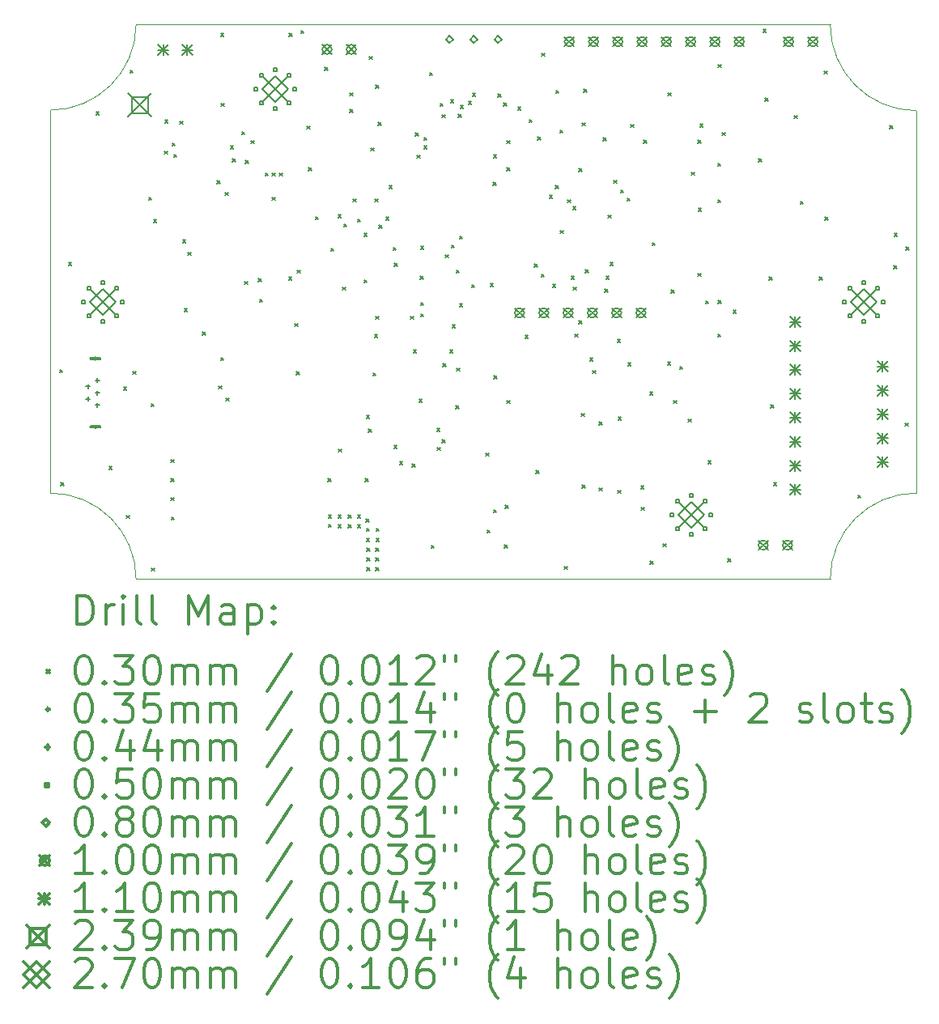
<source format=gbr>
%FSLAX45Y45*%
G04 Gerber Fmt 4.5, Leading zero omitted, Abs format (unit mm)*
G04 Created by KiCad (PCBNEW 5.1.5+dfsg1-2build2) date 2022-03-24 14:40:56*
%MOMM*%
%LPD*%
G04 APERTURE LIST*
%TA.AperFunction,Profile*%
%ADD10C,0.100000*%
%TD*%
%ADD11C,0.200000*%
%ADD12C,0.300000*%
G04 APERTURE END LIST*
D10*
X13900000Y-8700000D02*
G75*
G02X14800000Y-9600000I0J-900000D01*
G01*
X22060000Y-9600000D02*
G75*
G02X22960000Y-8700000I900000J0D01*
G01*
X22960000Y-4700000D02*
G75*
G02X22060000Y-3800000I0J900000D01*
G01*
X14799986Y-3800009D02*
G75*
G02X13900000Y-4695000I-899986J5009D01*
G01*
X22960000Y-8700000D02*
X22960000Y-4700000D01*
X13900000Y-8700000D02*
X13900000Y-4695000D01*
X18430000Y-3800000D02*
X22060000Y-3800000D01*
X18430000Y-3800000D02*
X14800000Y-3800000D01*
X18430000Y-9600000D02*
X22060000Y-9600000D01*
X18430000Y-9600000D02*
X14800000Y-9600000D01*
D11*
X14001000Y-7410000D02*
X14031000Y-7440000D01*
X14031000Y-7410000D02*
X14001000Y-7440000D01*
X14012000Y-8593000D02*
X14042000Y-8623000D01*
X14042000Y-8593000D02*
X14012000Y-8623000D01*
X14092000Y-6289000D02*
X14122000Y-6319000D01*
X14122000Y-6289000D02*
X14092000Y-6319000D01*
X14381000Y-4711000D02*
X14411000Y-4741000D01*
X14411000Y-4711000D02*
X14381000Y-4741000D01*
X14515000Y-8422000D02*
X14545000Y-8452000D01*
X14545000Y-8422000D02*
X14515000Y-8452000D01*
X14669000Y-7591000D02*
X14699000Y-7621000D01*
X14699000Y-7591000D02*
X14669000Y-7621000D01*
X14700000Y-8934000D02*
X14730000Y-8964000D01*
X14730000Y-8934000D02*
X14700000Y-8964000D01*
X14737000Y-4276000D02*
X14767000Y-4306000D01*
X14767000Y-4276000D02*
X14737000Y-4306000D01*
X14766000Y-7428000D02*
X14796000Y-7458000D01*
X14796000Y-7428000D02*
X14766000Y-7458000D01*
X14933000Y-5607000D02*
X14963000Y-5637000D01*
X14963000Y-5607000D02*
X14933000Y-5637000D01*
X14958000Y-7764000D02*
X14988000Y-7794000D01*
X14988000Y-7764000D02*
X14958000Y-7794000D01*
X14959000Y-9486000D02*
X14989000Y-9516000D01*
X14989000Y-9486000D02*
X14959000Y-9516000D01*
X14981000Y-5840000D02*
X15011000Y-5870000D01*
X15011000Y-5840000D02*
X14981000Y-5870000D01*
X15098000Y-5125000D02*
X15128000Y-5155000D01*
X15128000Y-5125000D02*
X15098000Y-5155000D01*
X15100250Y-4800000D02*
X15130250Y-4830000D01*
X15130250Y-4800000D02*
X15100250Y-4830000D01*
X15165000Y-8351000D02*
X15195000Y-8381000D01*
X15195000Y-8351000D02*
X15165000Y-8381000D01*
X15165000Y-8547000D02*
X15195000Y-8577000D01*
X15195000Y-8547000D02*
X15165000Y-8577000D01*
X15166000Y-8749000D02*
X15196000Y-8779000D01*
X15196000Y-8749000D02*
X15166000Y-8779000D01*
X15167000Y-8950000D02*
X15197000Y-8980000D01*
X15197000Y-8950000D02*
X15167000Y-8980000D01*
X15179000Y-5040000D02*
X15209000Y-5070000D01*
X15209000Y-5040000D02*
X15179000Y-5070000D01*
X15196000Y-5159000D02*
X15226000Y-5189000D01*
X15226000Y-5159000D02*
X15196000Y-5189000D01*
X15256000Y-4809750D02*
X15286000Y-4839750D01*
X15286000Y-4809750D02*
X15256000Y-4839750D01*
X15287000Y-6050000D02*
X15317000Y-6080000D01*
X15317000Y-6050000D02*
X15287000Y-6080000D01*
X15304000Y-6772000D02*
X15334000Y-6802000D01*
X15334000Y-6772000D02*
X15304000Y-6802000D01*
X15341000Y-6183000D02*
X15371000Y-6213000D01*
X15371000Y-6183000D02*
X15341000Y-6213000D01*
X15494000Y-7015000D02*
X15524000Y-7045000D01*
X15524000Y-7015000D02*
X15494000Y-7045000D01*
X15645000Y-5432000D02*
X15675000Y-5462000D01*
X15675000Y-5432000D02*
X15645000Y-5462000D01*
X15666000Y-7581000D02*
X15696000Y-7611000D01*
X15696000Y-7581000D02*
X15666000Y-7611000D01*
X15685000Y-7281000D02*
X15715000Y-7311000D01*
X15715000Y-7281000D02*
X15685000Y-7311000D01*
X15687000Y-3892000D02*
X15717000Y-3922000D01*
X15717000Y-3892000D02*
X15687000Y-3922000D01*
X15690000Y-4626000D02*
X15720000Y-4656000D01*
X15720000Y-4626000D02*
X15690000Y-4656000D01*
X15730000Y-5557000D02*
X15760000Y-5587000D01*
X15760000Y-5557000D02*
X15730000Y-5587000D01*
X15742000Y-7705000D02*
X15772000Y-7735000D01*
X15772000Y-7705000D02*
X15742000Y-7735000D01*
X15785750Y-5070250D02*
X15815750Y-5100250D01*
X15815750Y-5070250D02*
X15785750Y-5100250D01*
X15807000Y-5203000D02*
X15837000Y-5233000D01*
X15837000Y-5203000D02*
X15807000Y-5233000D01*
X15904000Y-4921000D02*
X15934000Y-4951000D01*
X15934000Y-4921000D02*
X15904000Y-4951000D01*
X15933000Y-6485000D02*
X15963000Y-6515000D01*
X15963000Y-6485000D02*
X15933000Y-6515000D01*
X15944000Y-5221000D02*
X15974000Y-5251000D01*
X15974000Y-5221000D02*
X15944000Y-5251000D01*
X16004000Y-5013000D02*
X16034000Y-5043000D01*
X16034000Y-5013000D02*
X16004000Y-5043000D01*
X16081000Y-6455000D02*
X16111000Y-6485000D01*
X16111000Y-6455000D02*
X16081000Y-6485000D01*
X16090000Y-6674000D02*
X16120000Y-6704000D01*
X16120000Y-6674000D02*
X16090000Y-6704000D01*
X16150000Y-5351000D02*
X16180000Y-5381000D01*
X16180000Y-5351000D02*
X16150000Y-5381000D01*
X16224000Y-5606000D02*
X16254000Y-5636000D01*
X16254000Y-5606000D02*
X16224000Y-5636000D01*
X16225000Y-5351000D02*
X16255000Y-5381000D01*
X16255000Y-5351000D02*
X16225000Y-5381000D01*
X16300000Y-5351000D02*
X16330000Y-5381000D01*
X16330000Y-5351000D02*
X16300000Y-5381000D01*
X16396000Y-6439000D02*
X16426000Y-6469000D01*
X16426000Y-6439000D02*
X16396000Y-6469000D01*
X16401000Y-3892000D02*
X16431000Y-3922000D01*
X16431000Y-3892000D02*
X16401000Y-3922000D01*
X16459000Y-6927000D02*
X16489000Y-6957000D01*
X16489000Y-6927000D02*
X16459000Y-6957000D01*
X16479000Y-7433000D02*
X16509000Y-7463000D01*
X16509000Y-7433000D02*
X16479000Y-7463000D01*
X16484000Y-6369000D02*
X16514000Y-6399000D01*
X16514000Y-6369000D02*
X16484000Y-6399000D01*
X16523000Y-3863000D02*
X16553000Y-3893000D01*
X16553000Y-3863000D02*
X16523000Y-3893000D01*
X16586000Y-4863000D02*
X16616000Y-4893000D01*
X16616000Y-4863000D02*
X16586000Y-4893000D01*
X16606000Y-5297000D02*
X16636000Y-5327000D01*
X16636000Y-5297000D02*
X16606000Y-5327000D01*
X16675000Y-5808000D02*
X16705000Y-5838000D01*
X16705000Y-5808000D02*
X16675000Y-5838000D01*
X16772000Y-4248000D02*
X16802000Y-4278000D01*
X16802000Y-4248000D02*
X16772000Y-4278000D01*
X16806250Y-8550000D02*
X16836250Y-8580000D01*
X16836250Y-8550000D02*
X16806250Y-8580000D01*
X16810000Y-8930000D02*
X16840000Y-8960000D01*
X16840000Y-8930000D02*
X16810000Y-8960000D01*
X16811000Y-9027000D02*
X16841000Y-9057000D01*
X16841000Y-9027000D02*
X16811000Y-9057000D01*
X16838000Y-6139000D02*
X16868000Y-6169000D01*
X16868000Y-6139000D02*
X16838000Y-6169000D01*
X16913000Y-5789000D02*
X16943000Y-5819000D01*
X16943000Y-5789000D02*
X16913000Y-5819000D01*
X16914000Y-8930000D02*
X16944000Y-8960000D01*
X16944000Y-8930000D02*
X16914000Y-8960000D01*
X16914000Y-9029000D02*
X16944000Y-9059000D01*
X16944000Y-9029000D02*
X16914000Y-9059000D01*
X16915000Y-8240000D02*
X16945000Y-8270000D01*
X16945000Y-8240000D02*
X16915000Y-8270000D01*
X16961000Y-6545000D02*
X16991000Y-6575000D01*
X16991000Y-6545000D02*
X16961000Y-6575000D01*
X16973000Y-5886000D02*
X17003000Y-5916000D01*
X17003000Y-5886000D02*
X16973000Y-5916000D01*
X17017000Y-8930000D02*
X17047000Y-8960000D01*
X17047000Y-8930000D02*
X17017000Y-8960000D01*
X17017000Y-9030000D02*
X17047000Y-9060000D01*
X17047000Y-9030000D02*
X17017000Y-9060000D01*
X17036000Y-4514000D02*
X17066000Y-4544000D01*
X17066000Y-4514000D02*
X17036000Y-4544000D01*
X17036000Y-4690000D02*
X17066000Y-4720000D01*
X17066000Y-4690000D02*
X17036000Y-4720000D01*
X17071000Y-5625000D02*
X17101000Y-5655000D01*
X17101000Y-5625000D02*
X17071000Y-5655000D01*
X17116000Y-5834000D02*
X17146000Y-5864000D01*
X17146000Y-5834000D02*
X17116000Y-5864000D01*
X17116000Y-8930000D02*
X17146000Y-8960000D01*
X17146000Y-8930000D02*
X17116000Y-8960000D01*
X17116000Y-9030000D02*
X17146000Y-9060000D01*
X17146000Y-9030000D02*
X17116000Y-9060000D01*
X17182000Y-6469000D02*
X17212000Y-6499000D01*
X17212000Y-6469000D02*
X17182000Y-6499000D01*
X17183500Y-5981500D02*
X17213500Y-6011500D01*
X17213500Y-5981500D02*
X17183500Y-6011500D01*
X17194250Y-8550750D02*
X17224250Y-8580750D01*
X17224250Y-8550750D02*
X17194250Y-8580750D01*
X17205000Y-8972000D02*
X17235000Y-9002000D01*
X17235000Y-8972000D02*
X17205000Y-9002000D01*
X17209500Y-7889500D02*
X17239500Y-7919500D01*
X17239500Y-7889500D02*
X17209500Y-7919500D01*
X17211000Y-9071000D02*
X17241000Y-9101000D01*
X17241000Y-9071000D02*
X17211000Y-9101000D01*
X17211000Y-9174000D02*
X17241000Y-9204000D01*
X17241000Y-9174000D02*
X17211000Y-9204000D01*
X17212000Y-9277000D02*
X17242000Y-9307000D01*
X17242000Y-9277000D02*
X17212000Y-9307000D01*
X17212000Y-9377000D02*
X17242000Y-9407000D01*
X17242000Y-9377000D02*
X17212000Y-9407000D01*
X17213000Y-9478000D02*
X17243000Y-9508000D01*
X17243000Y-9478000D02*
X17213000Y-9508000D01*
X17230000Y-8030000D02*
X17260000Y-8060000D01*
X17260000Y-8030000D02*
X17230000Y-8060000D01*
X17241000Y-4132000D02*
X17271000Y-4162000D01*
X17271000Y-4132000D02*
X17241000Y-4162000D01*
X17255500Y-5088500D02*
X17285500Y-5118500D01*
X17285500Y-5088500D02*
X17255500Y-5118500D01*
X17276000Y-7443000D02*
X17306000Y-7473000D01*
X17306000Y-7443000D02*
X17276000Y-7473000D01*
X17293750Y-7043250D02*
X17323750Y-7073250D01*
X17323750Y-7043250D02*
X17293750Y-7073250D01*
X17299000Y-5625000D02*
X17329000Y-5655000D01*
X17329000Y-5625000D02*
X17299000Y-5655000D01*
X17304560Y-4433440D02*
X17334560Y-4463440D01*
X17334560Y-4433440D02*
X17304560Y-4463440D01*
X17305000Y-6851000D02*
X17335000Y-6881000D01*
X17335000Y-6851000D02*
X17305000Y-6881000D01*
X17308000Y-9277000D02*
X17338000Y-9307000D01*
X17338000Y-9277000D02*
X17308000Y-9307000D01*
X17308000Y-9377000D02*
X17338000Y-9407000D01*
X17338000Y-9377000D02*
X17308000Y-9407000D01*
X17308000Y-9478000D02*
X17338000Y-9508000D01*
X17338000Y-9478000D02*
X17308000Y-9508000D01*
X17309000Y-9071000D02*
X17339000Y-9101000D01*
X17339000Y-9071000D02*
X17309000Y-9101000D01*
X17309000Y-9174000D02*
X17339000Y-9204000D01*
X17339000Y-9174000D02*
X17309000Y-9204000D01*
X17331000Y-4825000D02*
X17361000Y-4855000D01*
X17361000Y-4825000D02*
X17331000Y-4855000D01*
X17342000Y-5900000D02*
X17372000Y-5930000D01*
X17372000Y-5900000D02*
X17342000Y-5930000D01*
X17412000Y-5816000D02*
X17442000Y-5846000D01*
X17442000Y-5816000D02*
X17412000Y-5846000D01*
X17446000Y-5483000D02*
X17476000Y-5513000D01*
X17476000Y-5483000D02*
X17446000Y-5513000D01*
X17488000Y-6133000D02*
X17518000Y-6163000D01*
X17518000Y-6133000D02*
X17488000Y-6163000D01*
X17496000Y-8202000D02*
X17526000Y-8232000D01*
X17526000Y-8202000D02*
X17496000Y-8232000D01*
X17501000Y-6298000D02*
X17531000Y-6328000D01*
X17531000Y-6298000D02*
X17501000Y-6328000D01*
X17558000Y-8371000D02*
X17588000Y-8401000D01*
X17588000Y-8371000D02*
X17558000Y-8401000D01*
X17671000Y-6851000D02*
X17701000Y-6881000D01*
X17701000Y-6851000D02*
X17671000Y-6881000D01*
X17688750Y-8394250D02*
X17718750Y-8424250D01*
X17718750Y-8394250D02*
X17688750Y-8424250D01*
X17700000Y-7203000D02*
X17730000Y-7233000D01*
X17730000Y-7203000D02*
X17700000Y-7233000D01*
X17722000Y-4932000D02*
X17752000Y-4962000D01*
X17752000Y-4932000D02*
X17722000Y-4962000D01*
X17739000Y-5168000D02*
X17769000Y-5198000D01*
X17769000Y-5168000D02*
X17739000Y-5198000D01*
X17759000Y-7717000D02*
X17789000Y-7747000D01*
X17789000Y-7717000D02*
X17759000Y-7747000D01*
X17774000Y-6434000D02*
X17804000Y-6464000D01*
X17804000Y-6434000D02*
X17774000Y-6464000D01*
X17775000Y-6120000D02*
X17805000Y-6150000D01*
X17805000Y-6120000D02*
X17775000Y-6150000D01*
X17775000Y-6707000D02*
X17805000Y-6737000D01*
X17805000Y-6707000D02*
X17775000Y-6737000D01*
X17777000Y-6825000D02*
X17807000Y-6855000D01*
X17807000Y-6825000D02*
X17777000Y-6855000D01*
X17811000Y-4979000D02*
X17841000Y-5009000D01*
X17841000Y-4979000D02*
X17811000Y-5009000D01*
X17812000Y-5068000D02*
X17842000Y-5098000D01*
X17842000Y-5068000D02*
X17812000Y-5098000D01*
X17870000Y-4303000D02*
X17900000Y-4333000D01*
X17900000Y-4303000D02*
X17870000Y-4333000D01*
X17885000Y-9246000D02*
X17915000Y-9276000D01*
X17915000Y-9246000D02*
X17885000Y-9276000D01*
X17947000Y-8022000D02*
X17977000Y-8052000D01*
X17977000Y-8022000D02*
X17947000Y-8052000D01*
X17949000Y-8223000D02*
X17979000Y-8253000D01*
X17979000Y-8223000D02*
X17949000Y-8253000D01*
X17981000Y-4623000D02*
X18011000Y-4653000D01*
X18011000Y-4623000D02*
X17981000Y-4653000D01*
X17999000Y-8143000D02*
X18029000Y-8173000D01*
X18029000Y-8143000D02*
X17999000Y-8173000D01*
X18003000Y-4742000D02*
X18033000Y-4772000D01*
X18033000Y-4742000D02*
X18003000Y-4772000D01*
X18010500Y-7344500D02*
X18040500Y-7374500D01*
X18040500Y-7344500D02*
X18010500Y-7374500D01*
X18035000Y-6206000D02*
X18065000Y-6236000D01*
X18065000Y-6206000D02*
X18035000Y-6236000D01*
X18083000Y-7203000D02*
X18113000Y-7233000D01*
X18113000Y-7203000D02*
X18083000Y-7233000D01*
X18091000Y-4584000D02*
X18121000Y-4614000D01*
X18121000Y-4584000D02*
X18091000Y-4614000D01*
X18097000Y-6106000D02*
X18127000Y-6136000D01*
X18127000Y-6106000D02*
X18097000Y-6136000D01*
X18106000Y-6939000D02*
X18136000Y-6969000D01*
X18136000Y-6939000D02*
X18106000Y-6969000D01*
X18146000Y-7785000D02*
X18176000Y-7815000D01*
X18176000Y-7785000D02*
X18146000Y-7815000D01*
X18148000Y-6369000D02*
X18178000Y-6399000D01*
X18178000Y-6369000D02*
X18148000Y-6399000D01*
X18151250Y-7391000D02*
X18181250Y-7421000D01*
X18181250Y-7391000D02*
X18151250Y-7421000D01*
X18172000Y-4738000D02*
X18202000Y-4768000D01*
X18202000Y-4738000D02*
X18172000Y-4768000D01*
X18182000Y-6720000D02*
X18212000Y-6750000D01*
X18212000Y-6720000D02*
X18182000Y-6750000D01*
X18184000Y-6014000D02*
X18214000Y-6044000D01*
X18214000Y-6014000D02*
X18184000Y-6044000D01*
X18190000Y-4646000D02*
X18220000Y-4676000D01*
X18220000Y-4646000D02*
X18190000Y-4676000D01*
X18276641Y-4602000D02*
X18306641Y-4632000D01*
X18306641Y-4602000D02*
X18276641Y-4632000D01*
X18308000Y-6519000D02*
X18338000Y-6549000D01*
X18338000Y-6519000D02*
X18308000Y-6549000D01*
X18320000Y-4518000D02*
X18350000Y-4548000D01*
X18350000Y-4518000D02*
X18320000Y-4548000D01*
X18457000Y-8282000D02*
X18487000Y-8312000D01*
X18487000Y-8282000D02*
X18457000Y-8312000D01*
X18470000Y-9088000D02*
X18500000Y-9118000D01*
X18500000Y-9088000D02*
X18470000Y-9118000D01*
X18505000Y-6510000D02*
X18535000Y-6540000D01*
X18535000Y-6510000D02*
X18505000Y-6540000D01*
X18535000Y-5448000D02*
X18565000Y-5478000D01*
X18565000Y-5448000D02*
X18535000Y-5478000D01*
X18538000Y-5160000D02*
X18568000Y-5190000D01*
X18568000Y-5160000D02*
X18538000Y-5190000D01*
X18539000Y-8874000D02*
X18569000Y-8904000D01*
X18569000Y-8874000D02*
X18539000Y-8904000D01*
X18541000Y-7471000D02*
X18571000Y-7501000D01*
X18571000Y-7471000D02*
X18541000Y-7501000D01*
X18586000Y-4528000D02*
X18616000Y-4558000D01*
X18616000Y-4528000D02*
X18586000Y-4558000D01*
X18646000Y-4619000D02*
X18676000Y-4649000D01*
X18676000Y-4619000D02*
X18646000Y-4649000D01*
X18654000Y-9245000D02*
X18684000Y-9275000D01*
X18684000Y-9245000D02*
X18654000Y-9275000D01*
X18660000Y-8829000D02*
X18690000Y-8859000D01*
X18690000Y-8829000D02*
X18660000Y-8859000D01*
X18677000Y-7732000D02*
X18707000Y-7762000D01*
X18707000Y-7732000D02*
X18677000Y-7762000D01*
X18678000Y-5015000D02*
X18708000Y-5045000D01*
X18708000Y-5015000D02*
X18678000Y-5045000D01*
X18678000Y-5299000D02*
X18708000Y-5329000D01*
X18708000Y-5299000D02*
X18678000Y-5329000D01*
X18793000Y-4661000D02*
X18823000Y-4691000D01*
X18823000Y-4661000D02*
X18793000Y-4691000D01*
X18868000Y-7049000D02*
X18898000Y-7079000D01*
X18898000Y-7049000D02*
X18868000Y-7079000D01*
X18911000Y-4793000D02*
X18941000Y-4823000D01*
X18941000Y-4793000D02*
X18911000Y-4823000D01*
X18968000Y-6305000D02*
X18998000Y-6335000D01*
X18998000Y-6305000D02*
X18968000Y-6335000D01*
X18981000Y-8464000D02*
X19011000Y-8494000D01*
X19011000Y-8464000D02*
X18981000Y-8494000D01*
X18998000Y-4975000D02*
X19028000Y-5005000D01*
X19028000Y-4975000D02*
X18998000Y-5005000D01*
X19038000Y-6409000D02*
X19068000Y-6439000D01*
X19068000Y-6409000D02*
X19038000Y-6439000D01*
X19044000Y-4100000D02*
X19074000Y-4130000D01*
X19074000Y-4100000D02*
X19044000Y-4130000D01*
X19121000Y-5584000D02*
X19151000Y-5614000D01*
X19151000Y-5584000D02*
X19121000Y-5614000D01*
X19155000Y-6515000D02*
X19185000Y-6545000D01*
X19185000Y-6515000D02*
X19155000Y-6545000D01*
X19184000Y-5483000D02*
X19214000Y-5513000D01*
X19214000Y-5483000D02*
X19184000Y-5513000D01*
X19192000Y-4490000D02*
X19222000Y-4520000D01*
X19222000Y-4490000D02*
X19192000Y-4520000D01*
X19234000Y-4905000D02*
X19264000Y-4935000D01*
X19264000Y-4905000D02*
X19234000Y-4935000D01*
X19235000Y-5952000D02*
X19265000Y-5982000D01*
X19265000Y-5952000D02*
X19235000Y-5982000D01*
X19277000Y-9469000D02*
X19307000Y-9499000D01*
X19307000Y-9469000D02*
X19277000Y-9499000D01*
X19315000Y-5631000D02*
X19345000Y-5661000D01*
X19345000Y-5631000D02*
X19315000Y-5661000D01*
X19350000Y-6431000D02*
X19380000Y-6461000D01*
X19380000Y-6431000D02*
X19350000Y-6461000D01*
X19369000Y-5706000D02*
X19399000Y-5736000D01*
X19399000Y-5706000D02*
X19369000Y-5736000D01*
X19373000Y-6548000D02*
X19403000Y-6578000D01*
X19403000Y-6548000D02*
X19373000Y-6578000D01*
X19388000Y-7038000D02*
X19418000Y-7068000D01*
X19418000Y-7038000D02*
X19388000Y-7068000D01*
X19430000Y-5305000D02*
X19460000Y-5335000D01*
X19460000Y-5305000D02*
X19430000Y-5335000D01*
X19432000Y-6898000D02*
X19462000Y-6928000D01*
X19462000Y-6898000D02*
X19432000Y-6928000D01*
X19456000Y-7867000D02*
X19486000Y-7897000D01*
X19486000Y-7867000D02*
X19456000Y-7897000D01*
X19464000Y-4826000D02*
X19494000Y-4856000D01*
X19494000Y-4826000D02*
X19464000Y-4856000D01*
X19464000Y-8615000D02*
X19494000Y-8645000D01*
X19494000Y-8615000D02*
X19464000Y-8645000D01*
X19483000Y-4474000D02*
X19513000Y-4504000D01*
X19513000Y-4474000D02*
X19483000Y-4504000D01*
X19501000Y-6362000D02*
X19531000Y-6392000D01*
X19531000Y-6362000D02*
X19501000Y-6392000D01*
X19547000Y-7287000D02*
X19577000Y-7317000D01*
X19577000Y-7287000D02*
X19547000Y-7317000D01*
X19574000Y-7417000D02*
X19604000Y-7447000D01*
X19604000Y-7417000D02*
X19574000Y-7447000D01*
X19643000Y-7955000D02*
X19673000Y-7985000D01*
X19673000Y-7955000D02*
X19643000Y-7985000D01*
X19643000Y-8645000D02*
X19673000Y-8675000D01*
X19673000Y-8645000D02*
X19643000Y-8675000D01*
X19687000Y-4984000D02*
X19717000Y-5014000D01*
X19717000Y-4984000D02*
X19687000Y-5014000D01*
X19703000Y-6568000D02*
X19733000Y-6598000D01*
X19733000Y-6568000D02*
X19703000Y-6598000D01*
X19716000Y-6430000D02*
X19746000Y-6460000D01*
X19746000Y-6430000D02*
X19716000Y-6460000D01*
X19736000Y-5794000D02*
X19766000Y-5824000D01*
X19766000Y-5794000D02*
X19736000Y-5824000D01*
X19758000Y-6289000D02*
X19788000Y-6319000D01*
X19788000Y-6289000D02*
X19758000Y-6319000D01*
X19798000Y-5428000D02*
X19828000Y-5458000D01*
X19828000Y-5428000D02*
X19798000Y-5458000D01*
X19833000Y-7092000D02*
X19863000Y-7122000D01*
X19863000Y-7092000D02*
X19833000Y-7122000D01*
X19837000Y-8672000D02*
X19867000Y-8702000D01*
X19867000Y-8672000D02*
X19837000Y-8702000D01*
X19841000Y-7907000D02*
X19871000Y-7937000D01*
X19871000Y-7907000D02*
X19841000Y-7937000D01*
X19867000Y-5529000D02*
X19897000Y-5559000D01*
X19897000Y-5529000D02*
X19867000Y-5559000D01*
X19937000Y-5614000D02*
X19967000Y-5644000D01*
X19967000Y-5614000D02*
X19937000Y-5644000D01*
X19943000Y-7336000D02*
X19973000Y-7366000D01*
X19973000Y-7336000D02*
X19943000Y-7366000D01*
X19974000Y-4846000D02*
X20004000Y-4876000D01*
X20004000Y-4846000D02*
X19974000Y-4876000D01*
X20078250Y-8623750D02*
X20108250Y-8653750D01*
X20108250Y-8623750D02*
X20078250Y-8653750D01*
X20084000Y-8849000D02*
X20114000Y-8879000D01*
X20114000Y-8849000D02*
X20084000Y-8879000D01*
X20111000Y-5008000D02*
X20141000Y-5038000D01*
X20141000Y-5008000D02*
X20111000Y-5038000D01*
X20174000Y-7642000D02*
X20204000Y-7672000D01*
X20204000Y-7642000D02*
X20174000Y-7672000D01*
X20178000Y-9413000D02*
X20208000Y-9443000D01*
X20208000Y-9413000D02*
X20178000Y-9443000D01*
X20199000Y-6079000D02*
X20229000Y-6109000D01*
X20229000Y-6079000D02*
X20199000Y-6109000D01*
X20314000Y-9230000D02*
X20344000Y-9260000D01*
X20344000Y-9230000D02*
X20314000Y-9260000D01*
X20357000Y-7331000D02*
X20387000Y-7361000D01*
X20387000Y-7331000D02*
X20357000Y-7361000D01*
X20364000Y-4514000D02*
X20394000Y-4544000D01*
X20394000Y-4514000D02*
X20364000Y-4544000D01*
X20395000Y-6575000D02*
X20425000Y-6605000D01*
X20425000Y-6575000D02*
X20395000Y-6605000D01*
X20422000Y-7730000D02*
X20452000Y-7760000D01*
X20452000Y-7730000D02*
X20422000Y-7760000D01*
X20485000Y-7374000D02*
X20515000Y-7404000D01*
X20515000Y-7374000D02*
X20485000Y-7404000D01*
X20573000Y-7925000D02*
X20603000Y-7955000D01*
X20603000Y-7925000D02*
X20573000Y-7955000D01*
X20607000Y-5343000D02*
X20637000Y-5373000D01*
X20637000Y-5343000D02*
X20607000Y-5373000D01*
X20675000Y-5009000D02*
X20705000Y-5039000D01*
X20705000Y-5009000D02*
X20675000Y-5039000D01*
X20675000Y-6404000D02*
X20705000Y-6434000D01*
X20705000Y-6404000D02*
X20675000Y-6434000D01*
X20682250Y-5720750D02*
X20712250Y-5750750D01*
X20712250Y-5720750D02*
X20682250Y-5750750D01*
X20698000Y-4840000D02*
X20728000Y-4870000D01*
X20728000Y-4840000D02*
X20698000Y-4870000D01*
X20757000Y-6689000D02*
X20787000Y-6719000D01*
X20787000Y-6689000D02*
X20757000Y-6719000D01*
X20784000Y-8361000D02*
X20814000Y-8391000D01*
X20814000Y-8361000D02*
X20784000Y-8391000D01*
X20882000Y-7038000D02*
X20912000Y-7068000D01*
X20912000Y-7038000D02*
X20882000Y-7068000D01*
X20883000Y-5630000D02*
X20913000Y-5660000D01*
X20913000Y-5630000D02*
X20883000Y-5660000D01*
X20883000Y-5250000D02*
X20913000Y-5280000D01*
X20913000Y-5250000D02*
X20883000Y-5280000D01*
X20888000Y-6688000D02*
X20918000Y-6718000D01*
X20918000Y-6688000D02*
X20888000Y-6718000D01*
X20889000Y-4219000D02*
X20919000Y-4249000D01*
X20919000Y-4219000D02*
X20889000Y-4249000D01*
X20931000Y-4929000D02*
X20961000Y-4959000D01*
X20961000Y-4929000D02*
X20931000Y-4959000D01*
X20991000Y-9389000D02*
X21021000Y-9419000D01*
X21021000Y-9389000D02*
X20991000Y-9419000D01*
X21046000Y-6788000D02*
X21076000Y-6818000D01*
X21076000Y-6788000D02*
X21046000Y-6818000D01*
X21309000Y-5203000D02*
X21339000Y-5233000D01*
X21339000Y-5203000D02*
X21309000Y-5233000D01*
X21359000Y-3851000D02*
X21389000Y-3881000D01*
X21389000Y-3851000D02*
X21359000Y-3881000D01*
X21379000Y-4570000D02*
X21409000Y-4600000D01*
X21409000Y-4570000D02*
X21379000Y-4600000D01*
X21420000Y-6441000D02*
X21450000Y-6471000D01*
X21450000Y-6441000D02*
X21420000Y-6471000D01*
X21438000Y-7777000D02*
X21468000Y-7807000D01*
X21468000Y-7777000D02*
X21438000Y-7807000D01*
X21466000Y-8592000D02*
X21496000Y-8622000D01*
X21496000Y-8592000D02*
X21466000Y-8622000D01*
X21686000Y-4753000D02*
X21716000Y-4783000D01*
X21716000Y-4753000D02*
X21686000Y-4783000D01*
X21747000Y-5650000D02*
X21777000Y-5680000D01*
X21777000Y-5650000D02*
X21747000Y-5680000D01*
X21946000Y-6440000D02*
X21976000Y-6470000D01*
X21976000Y-6440000D02*
X21946000Y-6470000D01*
X21998000Y-4284000D02*
X22028000Y-4314000D01*
X22028000Y-4284000D02*
X21998000Y-4314000D01*
X22007000Y-5812000D02*
X22037000Y-5842000D01*
X22037000Y-5812000D02*
X22007000Y-5842000D01*
X22350000Y-8722000D02*
X22380000Y-8752000D01*
X22380000Y-8722000D02*
X22350000Y-8752000D01*
X22683000Y-4855000D02*
X22713000Y-4885000D01*
X22713000Y-4855000D02*
X22683000Y-4885000D01*
X22723000Y-6323000D02*
X22753000Y-6353000D01*
X22753000Y-6323000D02*
X22723000Y-6353000D01*
X22728000Y-5985000D02*
X22758000Y-6015000D01*
X22758000Y-5985000D02*
X22728000Y-6015000D01*
X22842000Y-7968000D02*
X22872000Y-7998000D01*
X22872000Y-7968000D02*
X22842000Y-7998000D01*
X22852000Y-6126000D02*
X22882000Y-6156000D01*
X22882000Y-6126000D02*
X22852000Y-6156000D01*
X14390500Y-7292500D02*
G75*
G03X14390500Y-7292500I-17500J0D01*
G01*
X14423000Y-7285000D02*
X14323000Y-7285000D01*
X14423000Y-7300000D02*
X14323000Y-7300000D01*
X14323000Y-7285000D02*
G75*
G03X14323000Y-7300000I0J-7500D01*
G01*
X14423000Y-7300000D02*
G75*
G03X14423000Y-7285000I0J7500D01*
G01*
X14390500Y-8007500D02*
G75*
G03X14390500Y-8007500I-17500J0D01*
G01*
X14423000Y-8000000D02*
X14323000Y-8000000D01*
X14423000Y-8015000D02*
X14323000Y-8015000D01*
X14323000Y-8000000D02*
G75*
G03X14323000Y-8015000I0J-7500D01*
G01*
X14423000Y-8015000D02*
G75*
G03X14423000Y-8000000I0J7500D01*
G01*
X14295000Y-7563000D02*
X14295000Y-7607000D01*
X14273000Y-7585000D02*
X14317000Y-7585000D01*
X14295000Y-7693000D02*
X14295000Y-7737000D01*
X14273000Y-7715000D02*
X14317000Y-7715000D01*
X14395000Y-7498000D02*
X14395000Y-7542000D01*
X14373000Y-7520000D02*
X14417000Y-7520000D01*
X14395000Y-7628000D02*
X14395000Y-7672000D01*
X14373000Y-7650000D02*
X14417000Y-7650000D01*
X14395000Y-7758000D02*
X14395000Y-7802000D01*
X14373000Y-7780000D02*
X14417000Y-7780000D01*
X16070178Y-4492678D02*
X16070178Y-4457322D01*
X16034822Y-4457322D01*
X16034822Y-4492678D01*
X16070178Y-4492678D01*
X16129489Y-4349489D02*
X16129489Y-4314133D01*
X16094133Y-4314133D01*
X16094133Y-4349489D01*
X16129489Y-4349489D01*
X16129489Y-4635867D02*
X16129489Y-4600511D01*
X16094133Y-4600511D01*
X16094133Y-4635867D01*
X16129489Y-4635867D01*
X16272678Y-4290178D02*
X16272678Y-4254822D01*
X16237322Y-4254822D01*
X16237322Y-4290178D01*
X16272678Y-4290178D01*
X16272678Y-4695178D02*
X16272678Y-4659822D01*
X16237322Y-4659822D01*
X16237322Y-4695178D01*
X16272678Y-4695178D01*
X16415867Y-4349489D02*
X16415867Y-4314133D01*
X16380511Y-4314133D01*
X16380511Y-4349489D01*
X16415867Y-4349489D01*
X16415867Y-4635867D02*
X16415867Y-4600511D01*
X16380511Y-4600511D01*
X16380511Y-4635867D01*
X16415867Y-4635867D01*
X16475178Y-4492678D02*
X16475178Y-4457322D01*
X16439822Y-4457322D01*
X16439822Y-4492678D01*
X16475178Y-4492678D01*
X22225178Y-6717678D02*
X22225178Y-6682322D01*
X22189822Y-6682322D01*
X22189822Y-6717678D01*
X22225178Y-6717678D01*
X22284489Y-6574489D02*
X22284489Y-6539133D01*
X22249133Y-6539133D01*
X22249133Y-6574489D01*
X22284489Y-6574489D01*
X22284489Y-6860867D02*
X22284489Y-6825511D01*
X22249133Y-6825511D01*
X22249133Y-6860867D01*
X22284489Y-6860867D01*
X22427678Y-6515178D02*
X22427678Y-6479822D01*
X22392322Y-6479822D01*
X22392322Y-6515178D01*
X22427678Y-6515178D01*
X22427678Y-6920178D02*
X22427678Y-6884822D01*
X22392322Y-6884822D01*
X22392322Y-6920178D01*
X22427678Y-6920178D01*
X22570867Y-6574489D02*
X22570867Y-6539133D01*
X22535511Y-6539133D01*
X22535511Y-6574489D01*
X22570867Y-6574489D01*
X22570867Y-6860867D02*
X22570867Y-6825511D01*
X22535511Y-6825511D01*
X22535511Y-6860867D01*
X22570867Y-6860867D01*
X22630178Y-6717678D02*
X22630178Y-6682322D01*
X22594822Y-6682322D01*
X22594822Y-6717678D01*
X22630178Y-6717678D01*
X14265178Y-6717678D02*
X14265178Y-6682322D01*
X14229822Y-6682322D01*
X14229822Y-6717678D01*
X14265178Y-6717678D01*
X14324489Y-6574489D02*
X14324489Y-6539133D01*
X14289133Y-6539133D01*
X14289133Y-6574489D01*
X14324489Y-6574489D01*
X14324489Y-6860867D02*
X14324489Y-6825511D01*
X14289133Y-6825511D01*
X14289133Y-6860867D01*
X14324489Y-6860867D01*
X14467678Y-6515178D02*
X14467678Y-6479822D01*
X14432322Y-6479822D01*
X14432322Y-6515178D01*
X14467678Y-6515178D01*
X14467678Y-6920178D02*
X14467678Y-6884822D01*
X14432322Y-6884822D01*
X14432322Y-6920178D01*
X14467678Y-6920178D01*
X14610867Y-6574489D02*
X14610867Y-6539133D01*
X14575511Y-6539133D01*
X14575511Y-6574489D01*
X14610867Y-6574489D01*
X14610867Y-6860867D02*
X14610867Y-6825511D01*
X14575511Y-6825511D01*
X14575511Y-6860867D01*
X14610867Y-6860867D01*
X14670178Y-6717678D02*
X14670178Y-6682322D01*
X14634822Y-6682322D01*
X14634822Y-6717678D01*
X14670178Y-6717678D01*
X20420178Y-8942678D02*
X20420178Y-8907322D01*
X20384822Y-8907322D01*
X20384822Y-8942678D01*
X20420178Y-8942678D01*
X20479489Y-8799489D02*
X20479489Y-8764133D01*
X20444133Y-8764133D01*
X20444133Y-8799489D01*
X20479489Y-8799489D01*
X20479489Y-9085867D02*
X20479489Y-9050511D01*
X20444133Y-9050511D01*
X20444133Y-9085867D01*
X20479489Y-9085867D01*
X20622678Y-8740178D02*
X20622678Y-8704822D01*
X20587322Y-8704822D01*
X20587322Y-8740178D01*
X20622678Y-8740178D01*
X20622678Y-9145178D02*
X20622678Y-9109822D01*
X20587322Y-9109822D01*
X20587322Y-9145178D01*
X20622678Y-9145178D01*
X20765867Y-8799489D02*
X20765867Y-8764133D01*
X20730511Y-8764133D01*
X20730511Y-8799489D01*
X20765867Y-8799489D01*
X20765867Y-9085867D02*
X20765867Y-9050511D01*
X20730511Y-9050511D01*
X20730511Y-9085867D01*
X20765867Y-9085867D01*
X20825178Y-8942678D02*
X20825178Y-8907322D01*
X20789822Y-8907322D01*
X20789822Y-8942678D01*
X20825178Y-8942678D01*
X18078000Y-3994000D02*
X18118000Y-3954000D01*
X18078000Y-3914000D01*
X18038000Y-3954000D01*
X18078000Y-3994000D01*
X18332000Y-3994000D02*
X18372000Y-3954000D01*
X18332000Y-3914000D01*
X18292000Y-3954000D01*
X18332000Y-3994000D01*
X18586000Y-3994000D02*
X18626000Y-3954000D01*
X18586000Y-3914000D01*
X18546000Y-3954000D01*
X18586000Y-3994000D01*
X19280000Y-3929000D02*
X19380000Y-4029000D01*
X19380000Y-3929000D02*
X19280000Y-4029000D01*
X19380000Y-3979000D02*
G75*
G03X19380000Y-3979000I-50000J0D01*
G01*
X19534000Y-3929000D02*
X19634000Y-4029000D01*
X19634000Y-3929000D02*
X19534000Y-4029000D01*
X19634000Y-3979000D02*
G75*
G03X19634000Y-3979000I-50000J0D01*
G01*
X19788000Y-3929000D02*
X19888000Y-4029000D01*
X19888000Y-3929000D02*
X19788000Y-4029000D01*
X19888000Y-3979000D02*
G75*
G03X19888000Y-3979000I-50000J0D01*
G01*
X20042000Y-3929000D02*
X20142000Y-4029000D01*
X20142000Y-3929000D02*
X20042000Y-4029000D01*
X20142000Y-3979000D02*
G75*
G03X20142000Y-3979000I-50000J0D01*
G01*
X20296000Y-3929000D02*
X20396000Y-4029000D01*
X20396000Y-3929000D02*
X20296000Y-4029000D01*
X20396000Y-3979000D02*
G75*
G03X20396000Y-3979000I-50000J0D01*
G01*
X20550000Y-3929000D02*
X20650000Y-4029000D01*
X20650000Y-3929000D02*
X20550000Y-4029000D01*
X20650000Y-3979000D02*
G75*
G03X20650000Y-3979000I-50000J0D01*
G01*
X20804000Y-3929000D02*
X20904000Y-4029000D01*
X20904000Y-3929000D02*
X20804000Y-4029000D01*
X20904000Y-3979000D02*
G75*
G03X20904000Y-3979000I-50000J0D01*
G01*
X21058000Y-3929000D02*
X21158000Y-4029000D01*
X21158000Y-3929000D02*
X21058000Y-4029000D01*
X21158000Y-3979000D02*
G75*
G03X21158000Y-3979000I-50000J0D01*
G01*
X18760000Y-6765000D02*
X18860000Y-6865000D01*
X18860000Y-6765000D02*
X18760000Y-6865000D01*
X18860000Y-6815000D02*
G75*
G03X18860000Y-6815000I-50000J0D01*
G01*
X19014000Y-6765000D02*
X19114000Y-6865000D01*
X19114000Y-6765000D02*
X19014000Y-6865000D01*
X19114000Y-6815000D02*
G75*
G03X19114000Y-6815000I-50000J0D01*
G01*
X19268000Y-6765000D02*
X19368000Y-6865000D01*
X19368000Y-6765000D02*
X19268000Y-6865000D01*
X19368000Y-6815000D02*
G75*
G03X19368000Y-6815000I-50000J0D01*
G01*
X19522000Y-6765000D02*
X19622000Y-6865000D01*
X19622000Y-6765000D02*
X19522000Y-6865000D01*
X19622000Y-6815000D02*
G75*
G03X19622000Y-6815000I-50000J0D01*
G01*
X19776000Y-6765000D02*
X19876000Y-6865000D01*
X19876000Y-6765000D02*
X19776000Y-6865000D01*
X19876000Y-6815000D02*
G75*
G03X19876000Y-6815000I-50000J0D01*
G01*
X20030000Y-6765000D02*
X20130000Y-6865000D01*
X20130000Y-6765000D02*
X20030000Y-6865000D01*
X20130000Y-6815000D02*
G75*
G03X20130000Y-6815000I-50000J0D01*
G01*
X21575000Y-3929000D02*
X21675000Y-4029000D01*
X21675000Y-3929000D02*
X21575000Y-4029000D01*
X21675000Y-3979000D02*
G75*
G03X21675000Y-3979000I-50000J0D01*
G01*
X21829000Y-3929000D02*
X21929000Y-4029000D01*
X21929000Y-3929000D02*
X21829000Y-4029000D01*
X21929000Y-3979000D02*
G75*
G03X21929000Y-3979000I-50000J0D01*
G01*
X21310000Y-9195000D02*
X21410000Y-9295000D01*
X21410000Y-9195000D02*
X21310000Y-9295000D01*
X21410000Y-9245000D02*
G75*
G03X21410000Y-9245000I-50000J0D01*
G01*
X21564000Y-9195000D02*
X21664000Y-9295000D01*
X21664000Y-9195000D02*
X21564000Y-9295000D01*
X21664000Y-9245000D02*
G75*
G03X21664000Y-9245000I-50000J0D01*
G01*
X16746000Y-4010000D02*
X16846000Y-4110000D01*
X16846000Y-4010000D02*
X16746000Y-4110000D01*
X16846000Y-4060000D02*
G75*
G03X16846000Y-4060000I-50000J0D01*
G01*
X17000000Y-4010000D02*
X17100000Y-4110000D01*
X17100000Y-4010000D02*
X17000000Y-4110000D01*
X17100000Y-4060000D02*
G75*
G03X17100000Y-4060000I-50000J0D01*
G01*
X21636600Y-6856400D02*
X21746600Y-6966400D01*
X21746600Y-6856400D02*
X21636600Y-6966400D01*
X21691600Y-6856400D02*
X21691600Y-6966400D01*
X21636600Y-6911400D02*
X21746600Y-6911400D01*
X21636600Y-7106400D02*
X21746600Y-7216400D01*
X21746600Y-7106400D02*
X21636600Y-7216400D01*
X21691600Y-7106400D02*
X21691600Y-7216400D01*
X21636600Y-7161400D02*
X21746600Y-7161400D01*
X21636600Y-7356400D02*
X21746600Y-7466400D01*
X21746600Y-7356400D02*
X21636600Y-7466400D01*
X21691600Y-7356400D02*
X21691600Y-7466400D01*
X21636600Y-7411400D02*
X21746600Y-7411400D01*
X21636600Y-7606400D02*
X21746600Y-7716400D01*
X21746600Y-7606400D02*
X21636600Y-7716400D01*
X21691600Y-7606400D02*
X21691600Y-7716400D01*
X21636600Y-7661400D02*
X21746600Y-7661400D01*
X21636600Y-7856400D02*
X21746600Y-7966400D01*
X21746600Y-7856400D02*
X21636600Y-7966400D01*
X21691600Y-7856400D02*
X21691600Y-7966400D01*
X21636600Y-7911400D02*
X21746600Y-7911400D01*
X21636600Y-8106400D02*
X21746600Y-8216400D01*
X21746600Y-8106400D02*
X21636600Y-8216400D01*
X21691600Y-8106400D02*
X21691600Y-8216400D01*
X21636600Y-8161400D02*
X21746600Y-8161400D01*
X21636600Y-8356400D02*
X21746600Y-8466400D01*
X21746600Y-8356400D02*
X21636600Y-8466400D01*
X21691600Y-8356400D02*
X21691600Y-8466400D01*
X21636600Y-8411400D02*
X21746600Y-8411400D01*
X21636600Y-8606400D02*
X21746600Y-8716400D01*
X21746600Y-8606400D02*
X21636600Y-8716400D01*
X21691600Y-8606400D02*
X21691600Y-8716400D01*
X21636600Y-8661400D02*
X21746600Y-8661400D01*
X15028000Y-4010000D02*
X15138000Y-4120000D01*
X15138000Y-4010000D02*
X15028000Y-4120000D01*
X15083000Y-4010000D02*
X15083000Y-4120000D01*
X15028000Y-4065000D02*
X15138000Y-4065000D01*
X15278000Y-4010000D02*
X15388000Y-4120000D01*
X15388000Y-4010000D02*
X15278000Y-4120000D01*
X15333000Y-4010000D02*
X15333000Y-4120000D01*
X15278000Y-4065000D02*
X15388000Y-4065000D01*
X22550000Y-7320000D02*
X22660000Y-7430000D01*
X22660000Y-7320000D02*
X22550000Y-7430000D01*
X22605000Y-7320000D02*
X22605000Y-7430000D01*
X22550000Y-7375000D02*
X22660000Y-7375000D01*
X22550000Y-7570000D02*
X22660000Y-7680000D01*
X22660000Y-7570000D02*
X22550000Y-7680000D01*
X22605000Y-7570000D02*
X22605000Y-7680000D01*
X22550000Y-7625000D02*
X22660000Y-7625000D01*
X22550000Y-7820000D02*
X22660000Y-7930000D01*
X22660000Y-7820000D02*
X22550000Y-7930000D01*
X22605000Y-7820000D02*
X22605000Y-7930000D01*
X22550000Y-7875000D02*
X22660000Y-7875000D01*
X22550000Y-8070000D02*
X22660000Y-8180000D01*
X22660000Y-8070000D02*
X22550000Y-8180000D01*
X22605000Y-8070000D02*
X22605000Y-8180000D01*
X22550000Y-8125000D02*
X22660000Y-8125000D01*
X22550000Y-8320000D02*
X22660000Y-8430000D01*
X22660000Y-8320000D02*
X22550000Y-8430000D01*
X22605000Y-8320000D02*
X22605000Y-8430000D01*
X22550000Y-8375000D02*
X22660000Y-8375000D01*
X14717500Y-4520500D02*
X14956500Y-4759500D01*
X14956500Y-4520500D02*
X14717500Y-4759500D01*
X14921500Y-4724500D02*
X14921500Y-4555500D01*
X14752500Y-4555500D01*
X14752500Y-4724500D01*
X14921500Y-4724500D01*
X16120000Y-4340000D02*
X16390000Y-4610000D01*
X16390000Y-4340000D02*
X16120000Y-4610000D01*
X16255000Y-4610000D02*
X16390000Y-4475000D01*
X16255000Y-4340000D01*
X16120000Y-4475000D01*
X16255000Y-4610000D01*
X22275000Y-6565000D02*
X22545000Y-6835000D01*
X22545000Y-6565000D02*
X22275000Y-6835000D01*
X22410000Y-6835000D02*
X22545000Y-6700000D01*
X22410000Y-6565000D01*
X22275000Y-6700000D01*
X22410000Y-6835000D01*
X14315000Y-6565000D02*
X14585000Y-6835000D01*
X14585000Y-6565000D02*
X14315000Y-6835000D01*
X14450000Y-6835000D02*
X14585000Y-6700000D01*
X14450000Y-6565000D01*
X14315000Y-6700000D01*
X14450000Y-6835000D01*
X20470000Y-8790000D02*
X20740000Y-9060000D01*
X20740000Y-8790000D02*
X20470000Y-9060000D01*
X20605000Y-9060000D02*
X20740000Y-8925000D01*
X20605000Y-8790000D01*
X20470000Y-8925000D01*
X20605000Y-9060000D01*
D12*
X14181428Y-10070714D02*
X14181428Y-9770714D01*
X14252857Y-9770714D01*
X14295714Y-9785000D01*
X14324286Y-9813572D01*
X14338571Y-9842143D01*
X14352857Y-9899286D01*
X14352857Y-9942143D01*
X14338571Y-9999286D01*
X14324286Y-10027857D01*
X14295714Y-10056429D01*
X14252857Y-10070714D01*
X14181428Y-10070714D01*
X14481428Y-10070714D02*
X14481428Y-9870714D01*
X14481428Y-9927857D02*
X14495714Y-9899286D01*
X14510000Y-9885000D01*
X14538571Y-9870714D01*
X14567143Y-9870714D01*
X14667143Y-10070714D02*
X14667143Y-9870714D01*
X14667143Y-9770714D02*
X14652857Y-9785000D01*
X14667143Y-9799286D01*
X14681428Y-9785000D01*
X14667143Y-9770714D01*
X14667143Y-9799286D01*
X14852857Y-10070714D02*
X14824286Y-10056429D01*
X14810000Y-10027857D01*
X14810000Y-9770714D01*
X15010000Y-10070714D02*
X14981428Y-10056429D01*
X14967143Y-10027857D01*
X14967143Y-9770714D01*
X15352857Y-10070714D02*
X15352857Y-9770714D01*
X15452857Y-9985000D01*
X15552857Y-9770714D01*
X15552857Y-10070714D01*
X15824286Y-10070714D02*
X15824286Y-9913572D01*
X15810000Y-9885000D01*
X15781428Y-9870714D01*
X15724286Y-9870714D01*
X15695714Y-9885000D01*
X15824286Y-10056429D02*
X15795714Y-10070714D01*
X15724286Y-10070714D01*
X15695714Y-10056429D01*
X15681428Y-10027857D01*
X15681428Y-9999286D01*
X15695714Y-9970714D01*
X15724286Y-9956429D01*
X15795714Y-9956429D01*
X15824286Y-9942143D01*
X15967143Y-9870714D02*
X15967143Y-10170714D01*
X15967143Y-9885000D02*
X15995714Y-9870714D01*
X16052857Y-9870714D01*
X16081428Y-9885000D01*
X16095714Y-9899286D01*
X16110000Y-9927857D01*
X16110000Y-10013572D01*
X16095714Y-10042143D01*
X16081428Y-10056429D01*
X16052857Y-10070714D01*
X15995714Y-10070714D01*
X15967143Y-10056429D01*
X16238571Y-10042143D02*
X16252857Y-10056429D01*
X16238571Y-10070714D01*
X16224286Y-10056429D01*
X16238571Y-10042143D01*
X16238571Y-10070714D01*
X16238571Y-9885000D02*
X16252857Y-9899286D01*
X16238571Y-9913572D01*
X16224286Y-9899286D01*
X16238571Y-9885000D01*
X16238571Y-9913572D01*
X13865000Y-10550000D02*
X13895000Y-10580000D01*
X13895000Y-10550000D02*
X13865000Y-10580000D01*
X14238571Y-10400714D02*
X14267143Y-10400714D01*
X14295714Y-10415000D01*
X14310000Y-10429286D01*
X14324286Y-10457857D01*
X14338571Y-10515000D01*
X14338571Y-10586429D01*
X14324286Y-10643572D01*
X14310000Y-10672143D01*
X14295714Y-10686429D01*
X14267143Y-10700714D01*
X14238571Y-10700714D01*
X14210000Y-10686429D01*
X14195714Y-10672143D01*
X14181428Y-10643572D01*
X14167143Y-10586429D01*
X14167143Y-10515000D01*
X14181428Y-10457857D01*
X14195714Y-10429286D01*
X14210000Y-10415000D01*
X14238571Y-10400714D01*
X14467143Y-10672143D02*
X14481428Y-10686429D01*
X14467143Y-10700714D01*
X14452857Y-10686429D01*
X14467143Y-10672143D01*
X14467143Y-10700714D01*
X14581428Y-10400714D02*
X14767143Y-10400714D01*
X14667143Y-10515000D01*
X14710000Y-10515000D01*
X14738571Y-10529286D01*
X14752857Y-10543572D01*
X14767143Y-10572143D01*
X14767143Y-10643572D01*
X14752857Y-10672143D01*
X14738571Y-10686429D01*
X14710000Y-10700714D01*
X14624286Y-10700714D01*
X14595714Y-10686429D01*
X14581428Y-10672143D01*
X14952857Y-10400714D02*
X14981428Y-10400714D01*
X15010000Y-10415000D01*
X15024286Y-10429286D01*
X15038571Y-10457857D01*
X15052857Y-10515000D01*
X15052857Y-10586429D01*
X15038571Y-10643572D01*
X15024286Y-10672143D01*
X15010000Y-10686429D01*
X14981428Y-10700714D01*
X14952857Y-10700714D01*
X14924286Y-10686429D01*
X14910000Y-10672143D01*
X14895714Y-10643572D01*
X14881428Y-10586429D01*
X14881428Y-10515000D01*
X14895714Y-10457857D01*
X14910000Y-10429286D01*
X14924286Y-10415000D01*
X14952857Y-10400714D01*
X15181428Y-10700714D02*
X15181428Y-10500714D01*
X15181428Y-10529286D02*
X15195714Y-10515000D01*
X15224286Y-10500714D01*
X15267143Y-10500714D01*
X15295714Y-10515000D01*
X15310000Y-10543572D01*
X15310000Y-10700714D01*
X15310000Y-10543572D02*
X15324286Y-10515000D01*
X15352857Y-10500714D01*
X15395714Y-10500714D01*
X15424286Y-10515000D01*
X15438571Y-10543572D01*
X15438571Y-10700714D01*
X15581428Y-10700714D02*
X15581428Y-10500714D01*
X15581428Y-10529286D02*
X15595714Y-10515000D01*
X15624286Y-10500714D01*
X15667143Y-10500714D01*
X15695714Y-10515000D01*
X15710000Y-10543572D01*
X15710000Y-10700714D01*
X15710000Y-10543572D02*
X15724286Y-10515000D01*
X15752857Y-10500714D01*
X15795714Y-10500714D01*
X15824286Y-10515000D01*
X15838571Y-10543572D01*
X15838571Y-10700714D01*
X16424286Y-10386429D02*
X16167143Y-10772143D01*
X16810000Y-10400714D02*
X16838571Y-10400714D01*
X16867143Y-10415000D01*
X16881428Y-10429286D01*
X16895714Y-10457857D01*
X16910000Y-10515000D01*
X16910000Y-10586429D01*
X16895714Y-10643572D01*
X16881428Y-10672143D01*
X16867143Y-10686429D01*
X16838571Y-10700714D01*
X16810000Y-10700714D01*
X16781428Y-10686429D01*
X16767143Y-10672143D01*
X16752857Y-10643572D01*
X16738571Y-10586429D01*
X16738571Y-10515000D01*
X16752857Y-10457857D01*
X16767143Y-10429286D01*
X16781428Y-10415000D01*
X16810000Y-10400714D01*
X17038571Y-10672143D02*
X17052857Y-10686429D01*
X17038571Y-10700714D01*
X17024286Y-10686429D01*
X17038571Y-10672143D01*
X17038571Y-10700714D01*
X17238571Y-10400714D02*
X17267143Y-10400714D01*
X17295714Y-10415000D01*
X17310000Y-10429286D01*
X17324286Y-10457857D01*
X17338571Y-10515000D01*
X17338571Y-10586429D01*
X17324286Y-10643572D01*
X17310000Y-10672143D01*
X17295714Y-10686429D01*
X17267143Y-10700714D01*
X17238571Y-10700714D01*
X17210000Y-10686429D01*
X17195714Y-10672143D01*
X17181428Y-10643572D01*
X17167143Y-10586429D01*
X17167143Y-10515000D01*
X17181428Y-10457857D01*
X17195714Y-10429286D01*
X17210000Y-10415000D01*
X17238571Y-10400714D01*
X17624286Y-10700714D02*
X17452857Y-10700714D01*
X17538571Y-10700714D02*
X17538571Y-10400714D01*
X17510000Y-10443572D01*
X17481428Y-10472143D01*
X17452857Y-10486429D01*
X17738571Y-10429286D02*
X17752857Y-10415000D01*
X17781428Y-10400714D01*
X17852857Y-10400714D01*
X17881428Y-10415000D01*
X17895714Y-10429286D01*
X17910000Y-10457857D01*
X17910000Y-10486429D01*
X17895714Y-10529286D01*
X17724286Y-10700714D01*
X17910000Y-10700714D01*
X18024286Y-10400714D02*
X18024286Y-10457857D01*
X18138571Y-10400714D02*
X18138571Y-10457857D01*
X18581428Y-10815000D02*
X18567143Y-10800714D01*
X18538571Y-10757857D01*
X18524286Y-10729286D01*
X18510000Y-10686429D01*
X18495714Y-10615000D01*
X18495714Y-10557857D01*
X18510000Y-10486429D01*
X18524286Y-10443572D01*
X18538571Y-10415000D01*
X18567143Y-10372143D01*
X18581428Y-10357857D01*
X18681428Y-10429286D02*
X18695714Y-10415000D01*
X18724286Y-10400714D01*
X18795714Y-10400714D01*
X18824286Y-10415000D01*
X18838571Y-10429286D01*
X18852857Y-10457857D01*
X18852857Y-10486429D01*
X18838571Y-10529286D01*
X18667143Y-10700714D01*
X18852857Y-10700714D01*
X19110000Y-10500714D02*
X19110000Y-10700714D01*
X19038571Y-10386429D02*
X18967143Y-10600714D01*
X19152857Y-10600714D01*
X19252857Y-10429286D02*
X19267143Y-10415000D01*
X19295714Y-10400714D01*
X19367143Y-10400714D01*
X19395714Y-10415000D01*
X19410000Y-10429286D01*
X19424286Y-10457857D01*
X19424286Y-10486429D01*
X19410000Y-10529286D01*
X19238571Y-10700714D01*
X19424286Y-10700714D01*
X19781428Y-10700714D02*
X19781428Y-10400714D01*
X19910000Y-10700714D02*
X19910000Y-10543572D01*
X19895714Y-10515000D01*
X19867143Y-10500714D01*
X19824286Y-10500714D01*
X19795714Y-10515000D01*
X19781428Y-10529286D01*
X20095714Y-10700714D02*
X20067143Y-10686429D01*
X20052857Y-10672143D01*
X20038571Y-10643572D01*
X20038571Y-10557857D01*
X20052857Y-10529286D01*
X20067143Y-10515000D01*
X20095714Y-10500714D01*
X20138571Y-10500714D01*
X20167143Y-10515000D01*
X20181428Y-10529286D01*
X20195714Y-10557857D01*
X20195714Y-10643572D01*
X20181428Y-10672143D01*
X20167143Y-10686429D01*
X20138571Y-10700714D01*
X20095714Y-10700714D01*
X20367143Y-10700714D02*
X20338571Y-10686429D01*
X20324286Y-10657857D01*
X20324286Y-10400714D01*
X20595714Y-10686429D02*
X20567143Y-10700714D01*
X20510000Y-10700714D01*
X20481428Y-10686429D01*
X20467143Y-10657857D01*
X20467143Y-10543572D01*
X20481428Y-10515000D01*
X20510000Y-10500714D01*
X20567143Y-10500714D01*
X20595714Y-10515000D01*
X20610000Y-10543572D01*
X20610000Y-10572143D01*
X20467143Y-10600714D01*
X20724286Y-10686429D02*
X20752857Y-10700714D01*
X20810000Y-10700714D01*
X20838571Y-10686429D01*
X20852857Y-10657857D01*
X20852857Y-10643572D01*
X20838571Y-10615000D01*
X20810000Y-10600714D01*
X20767143Y-10600714D01*
X20738571Y-10586429D01*
X20724286Y-10557857D01*
X20724286Y-10543572D01*
X20738571Y-10515000D01*
X20767143Y-10500714D01*
X20810000Y-10500714D01*
X20838571Y-10515000D01*
X20952857Y-10815000D02*
X20967143Y-10800714D01*
X20995714Y-10757857D01*
X21010000Y-10729286D01*
X21024286Y-10686429D01*
X21038571Y-10615000D01*
X21038571Y-10557857D01*
X21024286Y-10486429D01*
X21010000Y-10443572D01*
X20995714Y-10415000D01*
X20967143Y-10372143D01*
X20952857Y-10357857D01*
X13895000Y-10961000D02*
G75*
G03X13895000Y-10961000I-17500J0D01*
G01*
X14238571Y-10796714D02*
X14267143Y-10796714D01*
X14295714Y-10811000D01*
X14310000Y-10825286D01*
X14324286Y-10853857D01*
X14338571Y-10911000D01*
X14338571Y-10982429D01*
X14324286Y-11039572D01*
X14310000Y-11068143D01*
X14295714Y-11082429D01*
X14267143Y-11096714D01*
X14238571Y-11096714D01*
X14210000Y-11082429D01*
X14195714Y-11068143D01*
X14181428Y-11039572D01*
X14167143Y-10982429D01*
X14167143Y-10911000D01*
X14181428Y-10853857D01*
X14195714Y-10825286D01*
X14210000Y-10811000D01*
X14238571Y-10796714D01*
X14467143Y-11068143D02*
X14481428Y-11082429D01*
X14467143Y-11096714D01*
X14452857Y-11082429D01*
X14467143Y-11068143D01*
X14467143Y-11096714D01*
X14581428Y-10796714D02*
X14767143Y-10796714D01*
X14667143Y-10911000D01*
X14710000Y-10911000D01*
X14738571Y-10925286D01*
X14752857Y-10939572D01*
X14767143Y-10968143D01*
X14767143Y-11039572D01*
X14752857Y-11068143D01*
X14738571Y-11082429D01*
X14710000Y-11096714D01*
X14624286Y-11096714D01*
X14595714Y-11082429D01*
X14581428Y-11068143D01*
X15038571Y-10796714D02*
X14895714Y-10796714D01*
X14881428Y-10939572D01*
X14895714Y-10925286D01*
X14924286Y-10911000D01*
X14995714Y-10911000D01*
X15024286Y-10925286D01*
X15038571Y-10939572D01*
X15052857Y-10968143D01*
X15052857Y-11039572D01*
X15038571Y-11068143D01*
X15024286Y-11082429D01*
X14995714Y-11096714D01*
X14924286Y-11096714D01*
X14895714Y-11082429D01*
X14881428Y-11068143D01*
X15181428Y-11096714D02*
X15181428Y-10896714D01*
X15181428Y-10925286D02*
X15195714Y-10911000D01*
X15224286Y-10896714D01*
X15267143Y-10896714D01*
X15295714Y-10911000D01*
X15310000Y-10939572D01*
X15310000Y-11096714D01*
X15310000Y-10939572D02*
X15324286Y-10911000D01*
X15352857Y-10896714D01*
X15395714Y-10896714D01*
X15424286Y-10911000D01*
X15438571Y-10939572D01*
X15438571Y-11096714D01*
X15581428Y-11096714D02*
X15581428Y-10896714D01*
X15581428Y-10925286D02*
X15595714Y-10911000D01*
X15624286Y-10896714D01*
X15667143Y-10896714D01*
X15695714Y-10911000D01*
X15710000Y-10939572D01*
X15710000Y-11096714D01*
X15710000Y-10939572D02*
X15724286Y-10911000D01*
X15752857Y-10896714D01*
X15795714Y-10896714D01*
X15824286Y-10911000D01*
X15838571Y-10939572D01*
X15838571Y-11096714D01*
X16424286Y-10782429D02*
X16167143Y-11168143D01*
X16810000Y-10796714D02*
X16838571Y-10796714D01*
X16867143Y-10811000D01*
X16881428Y-10825286D01*
X16895714Y-10853857D01*
X16910000Y-10911000D01*
X16910000Y-10982429D01*
X16895714Y-11039572D01*
X16881428Y-11068143D01*
X16867143Y-11082429D01*
X16838571Y-11096714D01*
X16810000Y-11096714D01*
X16781428Y-11082429D01*
X16767143Y-11068143D01*
X16752857Y-11039572D01*
X16738571Y-10982429D01*
X16738571Y-10911000D01*
X16752857Y-10853857D01*
X16767143Y-10825286D01*
X16781428Y-10811000D01*
X16810000Y-10796714D01*
X17038571Y-11068143D02*
X17052857Y-11082429D01*
X17038571Y-11096714D01*
X17024286Y-11082429D01*
X17038571Y-11068143D01*
X17038571Y-11096714D01*
X17238571Y-10796714D02*
X17267143Y-10796714D01*
X17295714Y-10811000D01*
X17310000Y-10825286D01*
X17324286Y-10853857D01*
X17338571Y-10911000D01*
X17338571Y-10982429D01*
X17324286Y-11039572D01*
X17310000Y-11068143D01*
X17295714Y-11082429D01*
X17267143Y-11096714D01*
X17238571Y-11096714D01*
X17210000Y-11082429D01*
X17195714Y-11068143D01*
X17181428Y-11039572D01*
X17167143Y-10982429D01*
X17167143Y-10911000D01*
X17181428Y-10853857D01*
X17195714Y-10825286D01*
X17210000Y-10811000D01*
X17238571Y-10796714D01*
X17624286Y-11096714D02*
X17452857Y-11096714D01*
X17538571Y-11096714D02*
X17538571Y-10796714D01*
X17510000Y-10839572D01*
X17481428Y-10868143D01*
X17452857Y-10882429D01*
X17881428Y-10896714D02*
X17881428Y-11096714D01*
X17810000Y-10782429D02*
X17738571Y-10996714D01*
X17924286Y-10996714D01*
X18024286Y-10796714D02*
X18024286Y-10853857D01*
X18138571Y-10796714D02*
X18138571Y-10853857D01*
X18581428Y-11211000D02*
X18567143Y-11196714D01*
X18538571Y-11153857D01*
X18524286Y-11125286D01*
X18510000Y-11082429D01*
X18495714Y-11011000D01*
X18495714Y-10953857D01*
X18510000Y-10882429D01*
X18524286Y-10839572D01*
X18538571Y-10811000D01*
X18567143Y-10768143D01*
X18581428Y-10753857D01*
X18752857Y-10796714D02*
X18781428Y-10796714D01*
X18810000Y-10811000D01*
X18824286Y-10825286D01*
X18838571Y-10853857D01*
X18852857Y-10911000D01*
X18852857Y-10982429D01*
X18838571Y-11039572D01*
X18824286Y-11068143D01*
X18810000Y-11082429D01*
X18781428Y-11096714D01*
X18752857Y-11096714D01*
X18724286Y-11082429D01*
X18710000Y-11068143D01*
X18695714Y-11039572D01*
X18681428Y-10982429D01*
X18681428Y-10911000D01*
X18695714Y-10853857D01*
X18710000Y-10825286D01*
X18724286Y-10811000D01*
X18752857Y-10796714D01*
X19210000Y-11096714D02*
X19210000Y-10796714D01*
X19338571Y-11096714D02*
X19338571Y-10939572D01*
X19324286Y-10911000D01*
X19295714Y-10896714D01*
X19252857Y-10896714D01*
X19224286Y-10911000D01*
X19210000Y-10925286D01*
X19524286Y-11096714D02*
X19495714Y-11082429D01*
X19481428Y-11068143D01*
X19467143Y-11039572D01*
X19467143Y-10953857D01*
X19481428Y-10925286D01*
X19495714Y-10911000D01*
X19524286Y-10896714D01*
X19567143Y-10896714D01*
X19595714Y-10911000D01*
X19610000Y-10925286D01*
X19624286Y-10953857D01*
X19624286Y-11039572D01*
X19610000Y-11068143D01*
X19595714Y-11082429D01*
X19567143Y-11096714D01*
X19524286Y-11096714D01*
X19795714Y-11096714D02*
X19767143Y-11082429D01*
X19752857Y-11053857D01*
X19752857Y-10796714D01*
X20024286Y-11082429D02*
X19995714Y-11096714D01*
X19938571Y-11096714D01*
X19910000Y-11082429D01*
X19895714Y-11053857D01*
X19895714Y-10939572D01*
X19910000Y-10911000D01*
X19938571Y-10896714D01*
X19995714Y-10896714D01*
X20024286Y-10911000D01*
X20038571Y-10939572D01*
X20038571Y-10968143D01*
X19895714Y-10996714D01*
X20152857Y-11082429D02*
X20181428Y-11096714D01*
X20238571Y-11096714D01*
X20267143Y-11082429D01*
X20281428Y-11053857D01*
X20281428Y-11039572D01*
X20267143Y-11011000D01*
X20238571Y-10996714D01*
X20195714Y-10996714D01*
X20167143Y-10982429D01*
X20152857Y-10953857D01*
X20152857Y-10939572D01*
X20167143Y-10911000D01*
X20195714Y-10896714D01*
X20238571Y-10896714D01*
X20267143Y-10911000D01*
X20638571Y-10982429D02*
X20867143Y-10982429D01*
X20752857Y-11096714D02*
X20752857Y-10868143D01*
X21224286Y-10825286D02*
X21238571Y-10811000D01*
X21267143Y-10796714D01*
X21338571Y-10796714D01*
X21367143Y-10811000D01*
X21381428Y-10825286D01*
X21395714Y-10853857D01*
X21395714Y-10882429D01*
X21381428Y-10925286D01*
X21210000Y-11096714D01*
X21395714Y-11096714D01*
X21738571Y-11082429D02*
X21767143Y-11096714D01*
X21824286Y-11096714D01*
X21852857Y-11082429D01*
X21867143Y-11053857D01*
X21867143Y-11039572D01*
X21852857Y-11011000D01*
X21824286Y-10996714D01*
X21781428Y-10996714D01*
X21752857Y-10982429D01*
X21738571Y-10953857D01*
X21738571Y-10939572D01*
X21752857Y-10911000D01*
X21781428Y-10896714D01*
X21824286Y-10896714D01*
X21852857Y-10911000D01*
X22038571Y-11096714D02*
X22010000Y-11082429D01*
X21995714Y-11053857D01*
X21995714Y-10796714D01*
X22195714Y-11096714D02*
X22167143Y-11082429D01*
X22152857Y-11068143D01*
X22138571Y-11039572D01*
X22138571Y-10953857D01*
X22152857Y-10925286D01*
X22167143Y-10911000D01*
X22195714Y-10896714D01*
X22238571Y-10896714D01*
X22267143Y-10911000D01*
X22281428Y-10925286D01*
X22295714Y-10953857D01*
X22295714Y-11039572D01*
X22281428Y-11068143D01*
X22267143Y-11082429D01*
X22238571Y-11096714D01*
X22195714Y-11096714D01*
X22381428Y-10896714D02*
X22495714Y-10896714D01*
X22424286Y-10796714D02*
X22424286Y-11053857D01*
X22438571Y-11082429D01*
X22467143Y-11096714D01*
X22495714Y-11096714D01*
X22581428Y-11082429D02*
X22610000Y-11096714D01*
X22667143Y-11096714D01*
X22695714Y-11082429D01*
X22710000Y-11053857D01*
X22710000Y-11039572D01*
X22695714Y-11011000D01*
X22667143Y-10996714D01*
X22624286Y-10996714D01*
X22595714Y-10982429D01*
X22581428Y-10953857D01*
X22581428Y-10939572D01*
X22595714Y-10911000D01*
X22624286Y-10896714D01*
X22667143Y-10896714D01*
X22695714Y-10911000D01*
X22810000Y-11211000D02*
X22824286Y-11196714D01*
X22852857Y-11153857D01*
X22867143Y-11125286D01*
X22881428Y-11082429D01*
X22895714Y-11011000D01*
X22895714Y-10953857D01*
X22881428Y-10882429D01*
X22867143Y-10839572D01*
X22852857Y-10811000D01*
X22824286Y-10768143D01*
X22810000Y-10753857D01*
X13873000Y-11335000D02*
X13873000Y-11379000D01*
X13851000Y-11357000D02*
X13895000Y-11357000D01*
X14238571Y-11192714D02*
X14267143Y-11192714D01*
X14295714Y-11207000D01*
X14310000Y-11221286D01*
X14324286Y-11249857D01*
X14338571Y-11307000D01*
X14338571Y-11378429D01*
X14324286Y-11435571D01*
X14310000Y-11464143D01*
X14295714Y-11478429D01*
X14267143Y-11492714D01*
X14238571Y-11492714D01*
X14210000Y-11478429D01*
X14195714Y-11464143D01*
X14181428Y-11435571D01*
X14167143Y-11378429D01*
X14167143Y-11307000D01*
X14181428Y-11249857D01*
X14195714Y-11221286D01*
X14210000Y-11207000D01*
X14238571Y-11192714D01*
X14467143Y-11464143D02*
X14481428Y-11478429D01*
X14467143Y-11492714D01*
X14452857Y-11478429D01*
X14467143Y-11464143D01*
X14467143Y-11492714D01*
X14738571Y-11292714D02*
X14738571Y-11492714D01*
X14667143Y-11178429D02*
X14595714Y-11392714D01*
X14781428Y-11392714D01*
X15024286Y-11292714D02*
X15024286Y-11492714D01*
X14952857Y-11178429D02*
X14881428Y-11392714D01*
X15067143Y-11392714D01*
X15181428Y-11492714D02*
X15181428Y-11292714D01*
X15181428Y-11321286D02*
X15195714Y-11307000D01*
X15224286Y-11292714D01*
X15267143Y-11292714D01*
X15295714Y-11307000D01*
X15310000Y-11335571D01*
X15310000Y-11492714D01*
X15310000Y-11335571D02*
X15324286Y-11307000D01*
X15352857Y-11292714D01*
X15395714Y-11292714D01*
X15424286Y-11307000D01*
X15438571Y-11335571D01*
X15438571Y-11492714D01*
X15581428Y-11492714D02*
X15581428Y-11292714D01*
X15581428Y-11321286D02*
X15595714Y-11307000D01*
X15624286Y-11292714D01*
X15667143Y-11292714D01*
X15695714Y-11307000D01*
X15710000Y-11335571D01*
X15710000Y-11492714D01*
X15710000Y-11335571D02*
X15724286Y-11307000D01*
X15752857Y-11292714D01*
X15795714Y-11292714D01*
X15824286Y-11307000D01*
X15838571Y-11335571D01*
X15838571Y-11492714D01*
X16424286Y-11178429D02*
X16167143Y-11564143D01*
X16810000Y-11192714D02*
X16838571Y-11192714D01*
X16867143Y-11207000D01*
X16881428Y-11221286D01*
X16895714Y-11249857D01*
X16910000Y-11307000D01*
X16910000Y-11378429D01*
X16895714Y-11435571D01*
X16881428Y-11464143D01*
X16867143Y-11478429D01*
X16838571Y-11492714D01*
X16810000Y-11492714D01*
X16781428Y-11478429D01*
X16767143Y-11464143D01*
X16752857Y-11435571D01*
X16738571Y-11378429D01*
X16738571Y-11307000D01*
X16752857Y-11249857D01*
X16767143Y-11221286D01*
X16781428Y-11207000D01*
X16810000Y-11192714D01*
X17038571Y-11464143D02*
X17052857Y-11478429D01*
X17038571Y-11492714D01*
X17024286Y-11478429D01*
X17038571Y-11464143D01*
X17038571Y-11492714D01*
X17238571Y-11192714D02*
X17267143Y-11192714D01*
X17295714Y-11207000D01*
X17310000Y-11221286D01*
X17324286Y-11249857D01*
X17338571Y-11307000D01*
X17338571Y-11378429D01*
X17324286Y-11435571D01*
X17310000Y-11464143D01*
X17295714Y-11478429D01*
X17267143Y-11492714D01*
X17238571Y-11492714D01*
X17210000Y-11478429D01*
X17195714Y-11464143D01*
X17181428Y-11435571D01*
X17167143Y-11378429D01*
X17167143Y-11307000D01*
X17181428Y-11249857D01*
X17195714Y-11221286D01*
X17210000Y-11207000D01*
X17238571Y-11192714D01*
X17624286Y-11492714D02*
X17452857Y-11492714D01*
X17538571Y-11492714D02*
X17538571Y-11192714D01*
X17510000Y-11235571D01*
X17481428Y-11264143D01*
X17452857Y-11278429D01*
X17724286Y-11192714D02*
X17924286Y-11192714D01*
X17795714Y-11492714D01*
X18024286Y-11192714D02*
X18024286Y-11249857D01*
X18138571Y-11192714D02*
X18138571Y-11249857D01*
X18581428Y-11607000D02*
X18567143Y-11592714D01*
X18538571Y-11549857D01*
X18524286Y-11521286D01*
X18510000Y-11478429D01*
X18495714Y-11407000D01*
X18495714Y-11349857D01*
X18510000Y-11278429D01*
X18524286Y-11235571D01*
X18538571Y-11207000D01*
X18567143Y-11164143D01*
X18581428Y-11149857D01*
X18838571Y-11192714D02*
X18695714Y-11192714D01*
X18681428Y-11335571D01*
X18695714Y-11321286D01*
X18724286Y-11307000D01*
X18795714Y-11307000D01*
X18824286Y-11321286D01*
X18838571Y-11335571D01*
X18852857Y-11364143D01*
X18852857Y-11435571D01*
X18838571Y-11464143D01*
X18824286Y-11478429D01*
X18795714Y-11492714D01*
X18724286Y-11492714D01*
X18695714Y-11478429D01*
X18681428Y-11464143D01*
X19210000Y-11492714D02*
X19210000Y-11192714D01*
X19338571Y-11492714D02*
X19338571Y-11335571D01*
X19324286Y-11307000D01*
X19295714Y-11292714D01*
X19252857Y-11292714D01*
X19224286Y-11307000D01*
X19210000Y-11321286D01*
X19524286Y-11492714D02*
X19495714Y-11478429D01*
X19481428Y-11464143D01*
X19467143Y-11435571D01*
X19467143Y-11349857D01*
X19481428Y-11321286D01*
X19495714Y-11307000D01*
X19524286Y-11292714D01*
X19567143Y-11292714D01*
X19595714Y-11307000D01*
X19610000Y-11321286D01*
X19624286Y-11349857D01*
X19624286Y-11435571D01*
X19610000Y-11464143D01*
X19595714Y-11478429D01*
X19567143Y-11492714D01*
X19524286Y-11492714D01*
X19795714Y-11492714D02*
X19767143Y-11478429D01*
X19752857Y-11449857D01*
X19752857Y-11192714D01*
X20024286Y-11478429D02*
X19995714Y-11492714D01*
X19938571Y-11492714D01*
X19910000Y-11478429D01*
X19895714Y-11449857D01*
X19895714Y-11335571D01*
X19910000Y-11307000D01*
X19938571Y-11292714D01*
X19995714Y-11292714D01*
X20024286Y-11307000D01*
X20038571Y-11335571D01*
X20038571Y-11364143D01*
X19895714Y-11392714D01*
X20152857Y-11478429D02*
X20181428Y-11492714D01*
X20238571Y-11492714D01*
X20267143Y-11478429D01*
X20281428Y-11449857D01*
X20281428Y-11435571D01*
X20267143Y-11407000D01*
X20238571Y-11392714D01*
X20195714Y-11392714D01*
X20167143Y-11378429D01*
X20152857Y-11349857D01*
X20152857Y-11335571D01*
X20167143Y-11307000D01*
X20195714Y-11292714D01*
X20238571Y-11292714D01*
X20267143Y-11307000D01*
X20381428Y-11607000D02*
X20395714Y-11592714D01*
X20424286Y-11549857D01*
X20438571Y-11521286D01*
X20452857Y-11478429D01*
X20467143Y-11407000D01*
X20467143Y-11349857D01*
X20452857Y-11278429D01*
X20438571Y-11235571D01*
X20424286Y-11207000D01*
X20395714Y-11164143D01*
X20381428Y-11149857D01*
X13887678Y-11770678D02*
X13887678Y-11735322D01*
X13852322Y-11735322D01*
X13852322Y-11770678D01*
X13887678Y-11770678D01*
X14238571Y-11588714D02*
X14267143Y-11588714D01*
X14295714Y-11603000D01*
X14310000Y-11617286D01*
X14324286Y-11645857D01*
X14338571Y-11703000D01*
X14338571Y-11774429D01*
X14324286Y-11831571D01*
X14310000Y-11860143D01*
X14295714Y-11874429D01*
X14267143Y-11888714D01*
X14238571Y-11888714D01*
X14210000Y-11874429D01*
X14195714Y-11860143D01*
X14181428Y-11831571D01*
X14167143Y-11774429D01*
X14167143Y-11703000D01*
X14181428Y-11645857D01*
X14195714Y-11617286D01*
X14210000Y-11603000D01*
X14238571Y-11588714D01*
X14467143Y-11860143D02*
X14481428Y-11874429D01*
X14467143Y-11888714D01*
X14452857Y-11874429D01*
X14467143Y-11860143D01*
X14467143Y-11888714D01*
X14752857Y-11588714D02*
X14610000Y-11588714D01*
X14595714Y-11731571D01*
X14610000Y-11717286D01*
X14638571Y-11703000D01*
X14710000Y-11703000D01*
X14738571Y-11717286D01*
X14752857Y-11731571D01*
X14767143Y-11760143D01*
X14767143Y-11831571D01*
X14752857Y-11860143D01*
X14738571Y-11874429D01*
X14710000Y-11888714D01*
X14638571Y-11888714D01*
X14610000Y-11874429D01*
X14595714Y-11860143D01*
X14952857Y-11588714D02*
X14981428Y-11588714D01*
X15010000Y-11603000D01*
X15024286Y-11617286D01*
X15038571Y-11645857D01*
X15052857Y-11703000D01*
X15052857Y-11774429D01*
X15038571Y-11831571D01*
X15024286Y-11860143D01*
X15010000Y-11874429D01*
X14981428Y-11888714D01*
X14952857Y-11888714D01*
X14924286Y-11874429D01*
X14910000Y-11860143D01*
X14895714Y-11831571D01*
X14881428Y-11774429D01*
X14881428Y-11703000D01*
X14895714Y-11645857D01*
X14910000Y-11617286D01*
X14924286Y-11603000D01*
X14952857Y-11588714D01*
X15181428Y-11888714D02*
X15181428Y-11688714D01*
X15181428Y-11717286D02*
X15195714Y-11703000D01*
X15224286Y-11688714D01*
X15267143Y-11688714D01*
X15295714Y-11703000D01*
X15310000Y-11731571D01*
X15310000Y-11888714D01*
X15310000Y-11731571D02*
X15324286Y-11703000D01*
X15352857Y-11688714D01*
X15395714Y-11688714D01*
X15424286Y-11703000D01*
X15438571Y-11731571D01*
X15438571Y-11888714D01*
X15581428Y-11888714D02*
X15581428Y-11688714D01*
X15581428Y-11717286D02*
X15595714Y-11703000D01*
X15624286Y-11688714D01*
X15667143Y-11688714D01*
X15695714Y-11703000D01*
X15710000Y-11731571D01*
X15710000Y-11888714D01*
X15710000Y-11731571D02*
X15724286Y-11703000D01*
X15752857Y-11688714D01*
X15795714Y-11688714D01*
X15824286Y-11703000D01*
X15838571Y-11731571D01*
X15838571Y-11888714D01*
X16424286Y-11574429D02*
X16167143Y-11960143D01*
X16810000Y-11588714D02*
X16838571Y-11588714D01*
X16867143Y-11603000D01*
X16881428Y-11617286D01*
X16895714Y-11645857D01*
X16910000Y-11703000D01*
X16910000Y-11774429D01*
X16895714Y-11831571D01*
X16881428Y-11860143D01*
X16867143Y-11874429D01*
X16838571Y-11888714D01*
X16810000Y-11888714D01*
X16781428Y-11874429D01*
X16767143Y-11860143D01*
X16752857Y-11831571D01*
X16738571Y-11774429D01*
X16738571Y-11703000D01*
X16752857Y-11645857D01*
X16767143Y-11617286D01*
X16781428Y-11603000D01*
X16810000Y-11588714D01*
X17038571Y-11860143D02*
X17052857Y-11874429D01*
X17038571Y-11888714D01*
X17024286Y-11874429D01*
X17038571Y-11860143D01*
X17038571Y-11888714D01*
X17238571Y-11588714D02*
X17267143Y-11588714D01*
X17295714Y-11603000D01*
X17310000Y-11617286D01*
X17324286Y-11645857D01*
X17338571Y-11703000D01*
X17338571Y-11774429D01*
X17324286Y-11831571D01*
X17310000Y-11860143D01*
X17295714Y-11874429D01*
X17267143Y-11888714D01*
X17238571Y-11888714D01*
X17210000Y-11874429D01*
X17195714Y-11860143D01*
X17181428Y-11831571D01*
X17167143Y-11774429D01*
X17167143Y-11703000D01*
X17181428Y-11645857D01*
X17195714Y-11617286D01*
X17210000Y-11603000D01*
X17238571Y-11588714D01*
X17452857Y-11617286D02*
X17467143Y-11603000D01*
X17495714Y-11588714D01*
X17567143Y-11588714D01*
X17595714Y-11603000D01*
X17610000Y-11617286D01*
X17624286Y-11645857D01*
X17624286Y-11674429D01*
X17610000Y-11717286D01*
X17438571Y-11888714D01*
X17624286Y-11888714D01*
X17810000Y-11588714D02*
X17838571Y-11588714D01*
X17867143Y-11603000D01*
X17881428Y-11617286D01*
X17895714Y-11645857D01*
X17910000Y-11703000D01*
X17910000Y-11774429D01*
X17895714Y-11831571D01*
X17881428Y-11860143D01*
X17867143Y-11874429D01*
X17838571Y-11888714D01*
X17810000Y-11888714D01*
X17781428Y-11874429D01*
X17767143Y-11860143D01*
X17752857Y-11831571D01*
X17738571Y-11774429D01*
X17738571Y-11703000D01*
X17752857Y-11645857D01*
X17767143Y-11617286D01*
X17781428Y-11603000D01*
X17810000Y-11588714D01*
X18024286Y-11588714D02*
X18024286Y-11645857D01*
X18138571Y-11588714D02*
X18138571Y-11645857D01*
X18581428Y-12003000D02*
X18567143Y-11988714D01*
X18538571Y-11945857D01*
X18524286Y-11917286D01*
X18510000Y-11874429D01*
X18495714Y-11803000D01*
X18495714Y-11745857D01*
X18510000Y-11674429D01*
X18524286Y-11631571D01*
X18538571Y-11603000D01*
X18567143Y-11560143D01*
X18581428Y-11545857D01*
X18667143Y-11588714D02*
X18852857Y-11588714D01*
X18752857Y-11703000D01*
X18795714Y-11703000D01*
X18824286Y-11717286D01*
X18838571Y-11731571D01*
X18852857Y-11760143D01*
X18852857Y-11831571D01*
X18838571Y-11860143D01*
X18824286Y-11874429D01*
X18795714Y-11888714D01*
X18710000Y-11888714D01*
X18681428Y-11874429D01*
X18667143Y-11860143D01*
X18967143Y-11617286D02*
X18981428Y-11603000D01*
X19010000Y-11588714D01*
X19081428Y-11588714D01*
X19110000Y-11603000D01*
X19124286Y-11617286D01*
X19138571Y-11645857D01*
X19138571Y-11674429D01*
X19124286Y-11717286D01*
X18952857Y-11888714D01*
X19138571Y-11888714D01*
X19495714Y-11888714D02*
X19495714Y-11588714D01*
X19624286Y-11888714D02*
X19624286Y-11731571D01*
X19610000Y-11703000D01*
X19581428Y-11688714D01*
X19538571Y-11688714D01*
X19510000Y-11703000D01*
X19495714Y-11717286D01*
X19810000Y-11888714D02*
X19781428Y-11874429D01*
X19767143Y-11860143D01*
X19752857Y-11831571D01*
X19752857Y-11745857D01*
X19767143Y-11717286D01*
X19781428Y-11703000D01*
X19810000Y-11688714D01*
X19852857Y-11688714D01*
X19881428Y-11703000D01*
X19895714Y-11717286D01*
X19910000Y-11745857D01*
X19910000Y-11831571D01*
X19895714Y-11860143D01*
X19881428Y-11874429D01*
X19852857Y-11888714D01*
X19810000Y-11888714D01*
X20081428Y-11888714D02*
X20052857Y-11874429D01*
X20038571Y-11845857D01*
X20038571Y-11588714D01*
X20310000Y-11874429D02*
X20281428Y-11888714D01*
X20224286Y-11888714D01*
X20195714Y-11874429D01*
X20181428Y-11845857D01*
X20181428Y-11731571D01*
X20195714Y-11703000D01*
X20224286Y-11688714D01*
X20281428Y-11688714D01*
X20310000Y-11703000D01*
X20324286Y-11731571D01*
X20324286Y-11760143D01*
X20181428Y-11788714D01*
X20438571Y-11874429D02*
X20467143Y-11888714D01*
X20524286Y-11888714D01*
X20552857Y-11874429D01*
X20567143Y-11845857D01*
X20567143Y-11831571D01*
X20552857Y-11803000D01*
X20524286Y-11788714D01*
X20481428Y-11788714D01*
X20452857Y-11774429D01*
X20438571Y-11745857D01*
X20438571Y-11731571D01*
X20452857Y-11703000D01*
X20481428Y-11688714D01*
X20524286Y-11688714D01*
X20552857Y-11703000D01*
X20667143Y-12003000D02*
X20681428Y-11988714D01*
X20710000Y-11945857D01*
X20724286Y-11917286D01*
X20738571Y-11874429D01*
X20752857Y-11803000D01*
X20752857Y-11745857D01*
X20738571Y-11674429D01*
X20724286Y-11631571D01*
X20710000Y-11603000D01*
X20681428Y-11560143D01*
X20667143Y-11545857D01*
X13855000Y-12189000D02*
X13895000Y-12149000D01*
X13855000Y-12109000D01*
X13815000Y-12149000D01*
X13855000Y-12189000D01*
X14238571Y-11984714D02*
X14267143Y-11984714D01*
X14295714Y-11999000D01*
X14310000Y-12013286D01*
X14324286Y-12041857D01*
X14338571Y-12099000D01*
X14338571Y-12170429D01*
X14324286Y-12227571D01*
X14310000Y-12256143D01*
X14295714Y-12270429D01*
X14267143Y-12284714D01*
X14238571Y-12284714D01*
X14210000Y-12270429D01*
X14195714Y-12256143D01*
X14181428Y-12227571D01*
X14167143Y-12170429D01*
X14167143Y-12099000D01*
X14181428Y-12041857D01*
X14195714Y-12013286D01*
X14210000Y-11999000D01*
X14238571Y-11984714D01*
X14467143Y-12256143D02*
X14481428Y-12270429D01*
X14467143Y-12284714D01*
X14452857Y-12270429D01*
X14467143Y-12256143D01*
X14467143Y-12284714D01*
X14652857Y-12113286D02*
X14624286Y-12099000D01*
X14610000Y-12084714D01*
X14595714Y-12056143D01*
X14595714Y-12041857D01*
X14610000Y-12013286D01*
X14624286Y-11999000D01*
X14652857Y-11984714D01*
X14710000Y-11984714D01*
X14738571Y-11999000D01*
X14752857Y-12013286D01*
X14767143Y-12041857D01*
X14767143Y-12056143D01*
X14752857Y-12084714D01*
X14738571Y-12099000D01*
X14710000Y-12113286D01*
X14652857Y-12113286D01*
X14624286Y-12127571D01*
X14610000Y-12141857D01*
X14595714Y-12170429D01*
X14595714Y-12227571D01*
X14610000Y-12256143D01*
X14624286Y-12270429D01*
X14652857Y-12284714D01*
X14710000Y-12284714D01*
X14738571Y-12270429D01*
X14752857Y-12256143D01*
X14767143Y-12227571D01*
X14767143Y-12170429D01*
X14752857Y-12141857D01*
X14738571Y-12127571D01*
X14710000Y-12113286D01*
X14952857Y-11984714D02*
X14981428Y-11984714D01*
X15010000Y-11999000D01*
X15024286Y-12013286D01*
X15038571Y-12041857D01*
X15052857Y-12099000D01*
X15052857Y-12170429D01*
X15038571Y-12227571D01*
X15024286Y-12256143D01*
X15010000Y-12270429D01*
X14981428Y-12284714D01*
X14952857Y-12284714D01*
X14924286Y-12270429D01*
X14910000Y-12256143D01*
X14895714Y-12227571D01*
X14881428Y-12170429D01*
X14881428Y-12099000D01*
X14895714Y-12041857D01*
X14910000Y-12013286D01*
X14924286Y-11999000D01*
X14952857Y-11984714D01*
X15181428Y-12284714D02*
X15181428Y-12084714D01*
X15181428Y-12113286D02*
X15195714Y-12099000D01*
X15224286Y-12084714D01*
X15267143Y-12084714D01*
X15295714Y-12099000D01*
X15310000Y-12127571D01*
X15310000Y-12284714D01*
X15310000Y-12127571D02*
X15324286Y-12099000D01*
X15352857Y-12084714D01*
X15395714Y-12084714D01*
X15424286Y-12099000D01*
X15438571Y-12127571D01*
X15438571Y-12284714D01*
X15581428Y-12284714D02*
X15581428Y-12084714D01*
X15581428Y-12113286D02*
X15595714Y-12099000D01*
X15624286Y-12084714D01*
X15667143Y-12084714D01*
X15695714Y-12099000D01*
X15710000Y-12127571D01*
X15710000Y-12284714D01*
X15710000Y-12127571D02*
X15724286Y-12099000D01*
X15752857Y-12084714D01*
X15795714Y-12084714D01*
X15824286Y-12099000D01*
X15838571Y-12127571D01*
X15838571Y-12284714D01*
X16424286Y-11970429D02*
X16167143Y-12356143D01*
X16810000Y-11984714D02*
X16838571Y-11984714D01*
X16867143Y-11999000D01*
X16881428Y-12013286D01*
X16895714Y-12041857D01*
X16910000Y-12099000D01*
X16910000Y-12170429D01*
X16895714Y-12227571D01*
X16881428Y-12256143D01*
X16867143Y-12270429D01*
X16838571Y-12284714D01*
X16810000Y-12284714D01*
X16781428Y-12270429D01*
X16767143Y-12256143D01*
X16752857Y-12227571D01*
X16738571Y-12170429D01*
X16738571Y-12099000D01*
X16752857Y-12041857D01*
X16767143Y-12013286D01*
X16781428Y-11999000D01*
X16810000Y-11984714D01*
X17038571Y-12256143D02*
X17052857Y-12270429D01*
X17038571Y-12284714D01*
X17024286Y-12270429D01*
X17038571Y-12256143D01*
X17038571Y-12284714D01*
X17238571Y-11984714D02*
X17267143Y-11984714D01*
X17295714Y-11999000D01*
X17310000Y-12013286D01*
X17324286Y-12041857D01*
X17338571Y-12099000D01*
X17338571Y-12170429D01*
X17324286Y-12227571D01*
X17310000Y-12256143D01*
X17295714Y-12270429D01*
X17267143Y-12284714D01*
X17238571Y-12284714D01*
X17210000Y-12270429D01*
X17195714Y-12256143D01*
X17181428Y-12227571D01*
X17167143Y-12170429D01*
X17167143Y-12099000D01*
X17181428Y-12041857D01*
X17195714Y-12013286D01*
X17210000Y-11999000D01*
X17238571Y-11984714D01*
X17438571Y-11984714D02*
X17624286Y-11984714D01*
X17524286Y-12099000D01*
X17567143Y-12099000D01*
X17595714Y-12113286D01*
X17610000Y-12127571D01*
X17624286Y-12156143D01*
X17624286Y-12227571D01*
X17610000Y-12256143D01*
X17595714Y-12270429D01*
X17567143Y-12284714D01*
X17481428Y-12284714D01*
X17452857Y-12270429D01*
X17438571Y-12256143D01*
X17910000Y-12284714D02*
X17738571Y-12284714D01*
X17824286Y-12284714D02*
X17824286Y-11984714D01*
X17795714Y-12027571D01*
X17767143Y-12056143D01*
X17738571Y-12070429D01*
X18024286Y-11984714D02*
X18024286Y-12041857D01*
X18138571Y-11984714D02*
X18138571Y-12041857D01*
X18581428Y-12399000D02*
X18567143Y-12384714D01*
X18538571Y-12341857D01*
X18524286Y-12313286D01*
X18510000Y-12270429D01*
X18495714Y-12199000D01*
X18495714Y-12141857D01*
X18510000Y-12070429D01*
X18524286Y-12027571D01*
X18538571Y-11999000D01*
X18567143Y-11956143D01*
X18581428Y-11941857D01*
X18667143Y-11984714D02*
X18852857Y-11984714D01*
X18752857Y-12099000D01*
X18795714Y-12099000D01*
X18824286Y-12113286D01*
X18838571Y-12127571D01*
X18852857Y-12156143D01*
X18852857Y-12227571D01*
X18838571Y-12256143D01*
X18824286Y-12270429D01*
X18795714Y-12284714D01*
X18710000Y-12284714D01*
X18681428Y-12270429D01*
X18667143Y-12256143D01*
X19210000Y-12284714D02*
X19210000Y-11984714D01*
X19338571Y-12284714D02*
X19338571Y-12127571D01*
X19324286Y-12099000D01*
X19295714Y-12084714D01*
X19252857Y-12084714D01*
X19224286Y-12099000D01*
X19210000Y-12113286D01*
X19524286Y-12284714D02*
X19495714Y-12270429D01*
X19481428Y-12256143D01*
X19467143Y-12227571D01*
X19467143Y-12141857D01*
X19481428Y-12113286D01*
X19495714Y-12099000D01*
X19524286Y-12084714D01*
X19567143Y-12084714D01*
X19595714Y-12099000D01*
X19610000Y-12113286D01*
X19624286Y-12141857D01*
X19624286Y-12227571D01*
X19610000Y-12256143D01*
X19595714Y-12270429D01*
X19567143Y-12284714D01*
X19524286Y-12284714D01*
X19795714Y-12284714D02*
X19767143Y-12270429D01*
X19752857Y-12241857D01*
X19752857Y-11984714D01*
X20024286Y-12270429D02*
X19995714Y-12284714D01*
X19938571Y-12284714D01*
X19910000Y-12270429D01*
X19895714Y-12241857D01*
X19895714Y-12127571D01*
X19910000Y-12099000D01*
X19938571Y-12084714D01*
X19995714Y-12084714D01*
X20024286Y-12099000D01*
X20038571Y-12127571D01*
X20038571Y-12156143D01*
X19895714Y-12184714D01*
X20152857Y-12270429D02*
X20181428Y-12284714D01*
X20238571Y-12284714D01*
X20267143Y-12270429D01*
X20281428Y-12241857D01*
X20281428Y-12227571D01*
X20267143Y-12199000D01*
X20238571Y-12184714D01*
X20195714Y-12184714D01*
X20167143Y-12170429D01*
X20152857Y-12141857D01*
X20152857Y-12127571D01*
X20167143Y-12099000D01*
X20195714Y-12084714D01*
X20238571Y-12084714D01*
X20267143Y-12099000D01*
X20381428Y-12399000D02*
X20395714Y-12384714D01*
X20424286Y-12341857D01*
X20438571Y-12313286D01*
X20452857Y-12270429D01*
X20467143Y-12199000D01*
X20467143Y-12141857D01*
X20452857Y-12070429D01*
X20438571Y-12027571D01*
X20424286Y-11999000D01*
X20395714Y-11956143D01*
X20381428Y-11941857D01*
X13795000Y-12495000D02*
X13895000Y-12595000D01*
X13895000Y-12495000D02*
X13795000Y-12595000D01*
X13895000Y-12545000D02*
G75*
G03X13895000Y-12545000I-50000J0D01*
G01*
X14338571Y-12680714D02*
X14167143Y-12680714D01*
X14252857Y-12680714D02*
X14252857Y-12380714D01*
X14224286Y-12423571D01*
X14195714Y-12452143D01*
X14167143Y-12466429D01*
X14467143Y-12652143D02*
X14481428Y-12666429D01*
X14467143Y-12680714D01*
X14452857Y-12666429D01*
X14467143Y-12652143D01*
X14467143Y-12680714D01*
X14667143Y-12380714D02*
X14695714Y-12380714D01*
X14724286Y-12395000D01*
X14738571Y-12409286D01*
X14752857Y-12437857D01*
X14767143Y-12495000D01*
X14767143Y-12566429D01*
X14752857Y-12623571D01*
X14738571Y-12652143D01*
X14724286Y-12666429D01*
X14695714Y-12680714D01*
X14667143Y-12680714D01*
X14638571Y-12666429D01*
X14624286Y-12652143D01*
X14610000Y-12623571D01*
X14595714Y-12566429D01*
X14595714Y-12495000D01*
X14610000Y-12437857D01*
X14624286Y-12409286D01*
X14638571Y-12395000D01*
X14667143Y-12380714D01*
X14952857Y-12380714D02*
X14981428Y-12380714D01*
X15010000Y-12395000D01*
X15024286Y-12409286D01*
X15038571Y-12437857D01*
X15052857Y-12495000D01*
X15052857Y-12566429D01*
X15038571Y-12623571D01*
X15024286Y-12652143D01*
X15010000Y-12666429D01*
X14981428Y-12680714D01*
X14952857Y-12680714D01*
X14924286Y-12666429D01*
X14910000Y-12652143D01*
X14895714Y-12623571D01*
X14881428Y-12566429D01*
X14881428Y-12495000D01*
X14895714Y-12437857D01*
X14910000Y-12409286D01*
X14924286Y-12395000D01*
X14952857Y-12380714D01*
X15181428Y-12680714D02*
X15181428Y-12480714D01*
X15181428Y-12509286D02*
X15195714Y-12495000D01*
X15224286Y-12480714D01*
X15267143Y-12480714D01*
X15295714Y-12495000D01*
X15310000Y-12523571D01*
X15310000Y-12680714D01*
X15310000Y-12523571D02*
X15324286Y-12495000D01*
X15352857Y-12480714D01*
X15395714Y-12480714D01*
X15424286Y-12495000D01*
X15438571Y-12523571D01*
X15438571Y-12680714D01*
X15581428Y-12680714D02*
X15581428Y-12480714D01*
X15581428Y-12509286D02*
X15595714Y-12495000D01*
X15624286Y-12480714D01*
X15667143Y-12480714D01*
X15695714Y-12495000D01*
X15710000Y-12523571D01*
X15710000Y-12680714D01*
X15710000Y-12523571D02*
X15724286Y-12495000D01*
X15752857Y-12480714D01*
X15795714Y-12480714D01*
X15824286Y-12495000D01*
X15838571Y-12523571D01*
X15838571Y-12680714D01*
X16424286Y-12366429D02*
X16167143Y-12752143D01*
X16810000Y-12380714D02*
X16838571Y-12380714D01*
X16867143Y-12395000D01*
X16881428Y-12409286D01*
X16895714Y-12437857D01*
X16910000Y-12495000D01*
X16910000Y-12566429D01*
X16895714Y-12623571D01*
X16881428Y-12652143D01*
X16867143Y-12666429D01*
X16838571Y-12680714D01*
X16810000Y-12680714D01*
X16781428Y-12666429D01*
X16767143Y-12652143D01*
X16752857Y-12623571D01*
X16738571Y-12566429D01*
X16738571Y-12495000D01*
X16752857Y-12437857D01*
X16767143Y-12409286D01*
X16781428Y-12395000D01*
X16810000Y-12380714D01*
X17038571Y-12652143D02*
X17052857Y-12666429D01*
X17038571Y-12680714D01*
X17024286Y-12666429D01*
X17038571Y-12652143D01*
X17038571Y-12680714D01*
X17238571Y-12380714D02*
X17267143Y-12380714D01*
X17295714Y-12395000D01*
X17310000Y-12409286D01*
X17324286Y-12437857D01*
X17338571Y-12495000D01*
X17338571Y-12566429D01*
X17324286Y-12623571D01*
X17310000Y-12652143D01*
X17295714Y-12666429D01*
X17267143Y-12680714D01*
X17238571Y-12680714D01*
X17210000Y-12666429D01*
X17195714Y-12652143D01*
X17181428Y-12623571D01*
X17167143Y-12566429D01*
X17167143Y-12495000D01*
X17181428Y-12437857D01*
X17195714Y-12409286D01*
X17210000Y-12395000D01*
X17238571Y-12380714D01*
X17438571Y-12380714D02*
X17624286Y-12380714D01*
X17524286Y-12495000D01*
X17567143Y-12495000D01*
X17595714Y-12509286D01*
X17610000Y-12523571D01*
X17624286Y-12552143D01*
X17624286Y-12623571D01*
X17610000Y-12652143D01*
X17595714Y-12666429D01*
X17567143Y-12680714D01*
X17481428Y-12680714D01*
X17452857Y-12666429D01*
X17438571Y-12652143D01*
X17767143Y-12680714D02*
X17824286Y-12680714D01*
X17852857Y-12666429D01*
X17867143Y-12652143D01*
X17895714Y-12609286D01*
X17910000Y-12552143D01*
X17910000Y-12437857D01*
X17895714Y-12409286D01*
X17881428Y-12395000D01*
X17852857Y-12380714D01*
X17795714Y-12380714D01*
X17767143Y-12395000D01*
X17752857Y-12409286D01*
X17738571Y-12437857D01*
X17738571Y-12509286D01*
X17752857Y-12537857D01*
X17767143Y-12552143D01*
X17795714Y-12566429D01*
X17852857Y-12566429D01*
X17881428Y-12552143D01*
X17895714Y-12537857D01*
X17910000Y-12509286D01*
X18024286Y-12380714D02*
X18024286Y-12437857D01*
X18138571Y-12380714D02*
X18138571Y-12437857D01*
X18581428Y-12795000D02*
X18567143Y-12780714D01*
X18538571Y-12737857D01*
X18524286Y-12709286D01*
X18510000Y-12666429D01*
X18495714Y-12595000D01*
X18495714Y-12537857D01*
X18510000Y-12466429D01*
X18524286Y-12423571D01*
X18538571Y-12395000D01*
X18567143Y-12352143D01*
X18581428Y-12337857D01*
X18681428Y-12409286D02*
X18695714Y-12395000D01*
X18724286Y-12380714D01*
X18795714Y-12380714D01*
X18824286Y-12395000D01*
X18838571Y-12409286D01*
X18852857Y-12437857D01*
X18852857Y-12466429D01*
X18838571Y-12509286D01*
X18667143Y-12680714D01*
X18852857Y-12680714D01*
X19038571Y-12380714D02*
X19067143Y-12380714D01*
X19095714Y-12395000D01*
X19110000Y-12409286D01*
X19124286Y-12437857D01*
X19138571Y-12495000D01*
X19138571Y-12566429D01*
X19124286Y-12623571D01*
X19110000Y-12652143D01*
X19095714Y-12666429D01*
X19067143Y-12680714D01*
X19038571Y-12680714D01*
X19010000Y-12666429D01*
X18995714Y-12652143D01*
X18981428Y-12623571D01*
X18967143Y-12566429D01*
X18967143Y-12495000D01*
X18981428Y-12437857D01*
X18995714Y-12409286D01*
X19010000Y-12395000D01*
X19038571Y-12380714D01*
X19495714Y-12680714D02*
X19495714Y-12380714D01*
X19624286Y-12680714D02*
X19624286Y-12523571D01*
X19610000Y-12495000D01*
X19581428Y-12480714D01*
X19538571Y-12480714D01*
X19510000Y-12495000D01*
X19495714Y-12509286D01*
X19810000Y-12680714D02*
X19781428Y-12666429D01*
X19767143Y-12652143D01*
X19752857Y-12623571D01*
X19752857Y-12537857D01*
X19767143Y-12509286D01*
X19781428Y-12495000D01*
X19810000Y-12480714D01*
X19852857Y-12480714D01*
X19881428Y-12495000D01*
X19895714Y-12509286D01*
X19910000Y-12537857D01*
X19910000Y-12623571D01*
X19895714Y-12652143D01*
X19881428Y-12666429D01*
X19852857Y-12680714D01*
X19810000Y-12680714D01*
X20081428Y-12680714D02*
X20052857Y-12666429D01*
X20038571Y-12637857D01*
X20038571Y-12380714D01*
X20310000Y-12666429D02*
X20281428Y-12680714D01*
X20224286Y-12680714D01*
X20195714Y-12666429D01*
X20181428Y-12637857D01*
X20181428Y-12523571D01*
X20195714Y-12495000D01*
X20224286Y-12480714D01*
X20281428Y-12480714D01*
X20310000Y-12495000D01*
X20324286Y-12523571D01*
X20324286Y-12552143D01*
X20181428Y-12580714D01*
X20438571Y-12666429D02*
X20467143Y-12680714D01*
X20524286Y-12680714D01*
X20552857Y-12666429D01*
X20567143Y-12637857D01*
X20567143Y-12623571D01*
X20552857Y-12595000D01*
X20524286Y-12580714D01*
X20481428Y-12580714D01*
X20452857Y-12566429D01*
X20438571Y-12537857D01*
X20438571Y-12523571D01*
X20452857Y-12495000D01*
X20481428Y-12480714D01*
X20524286Y-12480714D01*
X20552857Y-12495000D01*
X20667143Y-12795000D02*
X20681428Y-12780714D01*
X20710000Y-12737857D01*
X20724286Y-12709286D01*
X20738571Y-12666429D01*
X20752857Y-12595000D01*
X20752857Y-12537857D01*
X20738571Y-12466429D01*
X20724286Y-12423571D01*
X20710000Y-12395000D01*
X20681428Y-12352143D01*
X20667143Y-12337857D01*
X13785000Y-12886000D02*
X13895000Y-12996000D01*
X13895000Y-12886000D02*
X13785000Y-12996000D01*
X13840000Y-12886000D02*
X13840000Y-12996000D01*
X13785000Y-12941000D02*
X13895000Y-12941000D01*
X14338571Y-13076714D02*
X14167143Y-13076714D01*
X14252857Y-13076714D02*
X14252857Y-12776714D01*
X14224286Y-12819571D01*
X14195714Y-12848143D01*
X14167143Y-12862429D01*
X14467143Y-13048143D02*
X14481428Y-13062429D01*
X14467143Y-13076714D01*
X14452857Y-13062429D01*
X14467143Y-13048143D01*
X14467143Y-13076714D01*
X14767143Y-13076714D02*
X14595714Y-13076714D01*
X14681428Y-13076714D02*
X14681428Y-12776714D01*
X14652857Y-12819571D01*
X14624286Y-12848143D01*
X14595714Y-12862429D01*
X14952857Y-12776714D02*
X14981428Y-12776714D01*
X15010000Y-12791000D01*
X15024286Y-12805286D01*
X15038571Y-12833857D01*
X15052857Y-12891000D01*
X15052857Y-12962429D01*
X15038571Y-13019571D01*
X15024286Y-13048143D01*
X15010000Y-13062429D01*
X14981428Y-13076714D01*
X14952857Y-13076714D01*
X14924286Y-13062429D01*
X14910000Y-13048143D01*
X14895714Y-13019571D01*
X14881428Y-12962429D01*
X14881428Y-12891000D01*
X14895714Y-12833857D01*
X14910000Y-12805286D01*
X14924286Y-12791000D01*
X14952857Y-12776714D01*
X15181428Y-13076714D02*
X15181428Y-12876714D01*
X15181428Y-12905286D02*
X15195714Y-12891000D01*
X15224286Y-12876714D01*
X15267143Y-12876714D01*
X15295714Y-12891000D01*
X15310000Y-12919571D01*
X15310000Y-13076714D01*
X15310000Y-12919571D02*
X15324286Y-12891000D01*
X15352857Y-12876714D01*
X15395714Y-12876714D01*
X15424286Y-12891000D01*
X15438571Y-12919571D01*
X15438571Y-13076714D01*
X15581428Y-13076714D02*
X15581428Y-12876714D01*
X15581428Y-12905286D02*
X15595714Y-12891000D01*
X15624286Y-12876714D01*
X15667143Y-12876714D01*
X15695714Y-12891000D01*
X15710000Y-12919571D01*
X15710000Y-13076714D01*
X15710000Y-12919571D02*
X15724286Y-12891000D01*
X15752857Y-12876714D01*
X15795714Y-12876714D01*
X15824286Y-12891000D01*
X15838571Y-12919571D01*
X15838571Y-13076714D01*
X16424286Y-12762429D02*
X16167143Y-13148143D01*
X16810000Y-12776714D02*
X16838571Y-12776714D01*
X16867143Y-12791000D01*
X16881428Y-12805286D01*
X16895714Y-12833857D01*
X16910000Y-12891000D01*
X16910000Y-12962429D01*
X16895714Y-13019571D01*
X16881428Y-13048143D01*
X16867143Y-13062429D01*
X16838571Y-13076714D01*
X16810000Y-13076714D01*
X16781428Y-13062429D01*
X16767143Y-13048143D01*
X16752857Y-13019571D01*
X16738571Y-12962429D01*
X16738571Y-12891000D01*
X16752857Y-12833857D01*
X16767143Y-12805286D01*
X16781428Y-12791000D01*
X16810000Y-12776714D01*
X17038571Y-13048143D02*
X17052857Y-13062429D01*
X17038571Y-13076714D01*
X17024286Y-13062429D01*
X17038571Y-13048143D01*
X17038571Y-13076714D01*
X17238571Y-12776714D02*
X17267143Y-12776714D01*
X17295714Y-12791000D01*
X17310000Y-12805286D01*
X17324286Y-12833857D01*
X17338571Y-12891000D01*
X17338571Y-12962429D01*
X17324286Y-13019571D01*
X17310000Y-13048143D01*
X17295714Y-13062429D01*
X17267143Y-13076714D01*
X17238571Y-13076714D01*
X17210000Y-13062429D01*
X17195714Y-13048143D01*
X17181428Y-13019571D01*
X17167143Y-12962429D01*
X17167143Y-12891000D01*
X17181428Y-12833857D01*
X17195714Y-12805286D01*
X17210000Y-12791000D01*
X17238571Y-12776714D01*
X17595714Y-12876714D02*
X17595714Y-13076714D01*
X17524286Y-12762429D02*
X17452857Y-12976714D01*
X17638571Y-12976714D01*
X17724286Y-12776714D02*
X17910000Y-12776714D01*
X17810000Y-12891000D01*
X17852857Y-12891000D01*
X17881428Y-12905286D01*
X17895714Y-12919571D01*
X17910000Y-12948143D01*
X17910000Y-13019571D01*
X17895714Y-13048143D01*
X17881428Y-13062429D01*
X17852857Y-13076714D01*
X17767143Y-13076714D01*
X17738571Y-13062429D01*
X17724286Y-13048143D01*
X18024286Y-12776714D02*
X18024286Y-12833857D01*
X18138571Y-12776714D02*
X18138571Y-12833857D01*
X18581428Y-13191000D02*
X18567143Y-13176714D01*
X18538571Y-13133857D01*
X18524286Y-13105286D01*
X18510000Y-13062429D01*
X18495714Y-12991000D01*
X18495714Y-12933857D01*
X18510000Y-12862429D01*
X18524286Y-12819571D01*
X18538571Y-12791000D01*
X18567143Y-12748143D01*
X18581428Y-12733857D01*
X18852857Y-13076714D02*
X18681428Y-13076714D01*
X18767143Y-13076714D02*
X18767143Y-12776714D01*
X18738571Y-12819571D01*
X18710000Y-12848143D01*
X18681428Y-12862429D01*
X19124286Y-12776714D02*
X18981428Y-12776714D01*
X18967143Y-12919571D01*
X18981428Y-12905286D01*
X19010000Y-12891000D01*
X19081428Y-12891000D01*
X19110000Y-12905286D01*
X19124286Y-12919571D01*
X19138571Y-12948143D01*
X19138571Y-13019571D01*
X19124286Y-13048143D01*
X19110000Y-13062429D01*
X19081428Y-13076714D01*
X19010000Y-13076714D01*
X18981428Y-13062429D01*
X18967143Y-13048143D01*
X19495714Y-13076714D02*
X19495714Y-12776714D01*
X19624286Y-13076714D02*
X19624286Y-12919571D01*
X19610000Y-12891000D01*
X19581428Y-12876714D01*
X19538571Y-12876714D01*
X19510000Y-12891000D01*
X19495714Y-12905286D01*
X19810000Y-13076714D02*
X19781428Y-13062429D01*
X19767143Y-13048143D01*
X19752857Y-13019571D01*
X19752857Y-12933857D01*
X19767143Y-12905286D01*
X19781428Y-12891000D01*
X19810000Y-12876714D01*
X19852857Y-12876714D01*
X19881428Y-12891000D01*
X19895714Y-12905286D01*
X19910000Y-12933857D01*
X19910000Y-13019571D01*
X19895714Y-13048143D01*
X19881428Y-13062429D01*
X19852857Y-13076714D01*
X19810000Y-13076714D01*
X20081428Y-13076714D02*
X20052857Y-13062429D01*
X20038571Y-13033857D01*
X20038571Y-12776714D01*
X20310000Y-13062429D02*
X20281428Y-13076714D01*
X20224286Y-13076714D01*
X20195714Y-13062429D01*
X20181428Y-13033857D01*
X20181428Y-12919571D01*
X20195714Y-12891000D01*
X20224286Y-12876714D01*
X20281428Y-12876714D01*
X20310000Y-12891000D01*
X20324286Y-12919571D01*
X20324286Y-12948143D01*
X20181428Y-12976714D01*
X20438571Y-13062429D02*
X20467143Y-13076714D01*
X20524286Y-13076714D01*
X20552857Y-13062429D01*
X20567143Y-13033857D01*
X20567143Y-13019571D01*
X20552857Y-12991000D01*
X20524286Y-12976714D01*
X20481428Y-12976714D01*
X20452857Y-12962429D01*
X20438571Y-12933857D01*
X20438571Y-12919571D01*
X20452857Y-12891000D01*
X20481428Y-12876714D01*
X20524286Y-12876714D01*
X20552857Y-12891000D01*
X20667143Y-13191000D02*
X20681428Y-13176714D01*
X20710000Y-13133857D01*
X20724286Y-13105286D01*
X20738571Y-13062429D01*
X20752857Y-12991000D01*
X20752857Y-12933857D01*
X20738571Y-12862429D01*
X20724286Y-12819571D01*
X20710000Y-12791000D01*
X20681428Y-12748143D01*
X20667143Y-12733857D01*
X13656000Y-13217500D02*
X13895000Y-13456500D01*
X13895000Y-13217500D02*
X13656000Y-13456500D01*
X13860000Y-13421500D02*
X13860000Y-13252500D01*
X13691000Y-13252500D01*
X13691000Y-13421500D01*
X13860000Y-13421500D01*
X14167143Y-13201286D02*
X14181428Y-13187000D01*
X14210000Y-13172714D01*
X14281428Y-13172714D01*
X14310000Y-13187000D01*
X14324286Y-13201286D01*
X14338571Y-13229857D01*
X14338571Y-13258429D01*
X14324286Y-13301286D01*
X14152857Y-13472714D01*
X14338571Y-13472714D01*
X14467143Y-13444143D02*
X14481428Y-13458429D01*
X14467143Y-13472714D01*
X14452857Y-13458429D01*
X14467143Y-13444143D01*
X14467143Y-13472714D01*
X14581428Y-13172714D02*
X14767143Y-13172714D01*
X14667143Y-13287000D01*
X14710000Y-13287000D01*
X14738571Y-13301286D01*
X14752857Y-13315571D01*
X14767143Y-13344143D01*
X14767143Y-13415571D01*
X14752857Y-13444143D01*
X14738571Y-13458429D01*
X14710000Y-13472714D01*
X14624286Y-13472714D01*
X14595714Y-13458429D01*
X14581428Y-13444143D01*
X14910000Y-13472714D02*
X14967143Y-13472714D01*
X14995714Y-13458429D01*
X15010000Y-13444143D01*
X15038571Y-13401286D01*
X15052857Y-13344143D01*
X15052857Y-13229857D01*
X15038571Y-13201286D01*
X15024286Y-13187000D01*
X14995714Y-13172714D01*
X14938571Y-13172714D01*
X14910000Y-13187000D01*
X14895714Y-13201286D01*
X14881428Y-13229857D01*
X14881428Y-13301286D01*
X14895714Y-13329857D01*
X14910000Y-13344143D01*
X14938571Y-13358429D01*
X14995714Y-13358429D01*
X15024286Y-13344143D01*
X15038571Y-13329857D01*
X15052857Y-13301286D01*
X15181428Y-13472714D02*
X15181428Y-13272714D01*
X15181428Y-13301286D02*
X15195714Y-13287000D01*
X15224286Y-13272714D01*
X15267143Y-13272714D01*
X15295714Y-13287000D01*
X15310000Y-13315571D01*
X15310000Y-13472714D01*
X15310000Y-13315571D02*
X15324286Y-13287000D01*
X15352857Y-13272714D01*
X15395714Y-13272714D01*
X15424286Y-13287000D01*
X15438571Y-13315571D01*
X15438571Y-13472714D01*
X15581428Y-13472714D02*
X15581428Y-13272714D01*
X15581428Y-13301286D02*
X15595714Y-13287000D01*
X15624286Y-13272714D01*
X15667143Y-13272714D01*
X15695714Y-13287000D01*
X15710000Y-13315571D01*
X15710000Y-13472714D01*
X15710000Y-13315571D02*
X15724286Y-13287000D01*
X15752857Y-13272714D01*
X15795714Y-13272714D01*
X15824286Y-13287000D01*
X15838571Y-13315571D01*
X15838571Y-13472714D01*
X16424286Y-13158429D02*
X16167143Y-13544143D01*
X16810000Y-13172714D02*
X16838571Y-13172714D01*
X16867143Y-13187000D01*
X16881428Y-13201286D01*
X16895714Y-13229857D01*
X16910000Y-13287000D01*
X16910000Y-13358429D01*
X16895714Y-13415571D01*
X16881428Y-13444143D01*
X16867143Y-13458429D01*
X16838571Y-13472714D01*
X16810000Y-13472714D01*
X16781428Y-13458429D01*
X16767143Y-13444143D01*
X16752857Y-13415571D01*
X16738571Y-13358429D01*
X16738571Y-13287000D01*
X16752857Y-13229857D01*
X16767143Y-13201286D01*
X16781428Y-13187000D01*
X16810000Y-13172714D01*
X17038571Y-13444143D02*
X17052857Y-13458429D01*
X17038571Y-13472714D01*
X17024286Y-13458429D01*
X17038571Y-13444143D01*
X17038571Y-13472714D01*
X17238571Y-13172714D02*
X17267143Y-13172714D01*
X17295714Y-13187000D01*
X17310000Y-13201286D01*
X17324286Y-13229857D01*
X17338571Y-13287000D01*
X17338571Y-13358429D01*
X17324286Y-13415571D01*
X17310000Y-13444143D01*
X17295714Y-13458429D01*
X17267143Y-13472714D01*
X17238571Y-13472714D01*
X17210000Y-13458429D01*
X17195714Y-13444143D01*
X17181428Y-13415571D01*
X17167143Y-13358429D01*
X17167143Y-13287000D01*
X17181428Y-13229857D01*
X17195714Y-13201286D01*
X17210000Y-13187000D01*
X17238571Y-13172714D01*
X17481428Y-13472714D02*
X17538571Y-13472714D01*
X17567143Y-13458429D01*
X17581428Y-13444143D01*
X17610000Y-13401286D01*
X17624286Y-13344143D01*
X17624286Y-13229857D01*
X17610000Y-13201286D01*
X17595714Y-13187000D01*
X17567143Y-13172714D01*
X17510000Y-13172714D01*
X17481428Y-13187000D01*
X17467143Y-13201286D01*
X17452857Y-13229857D01*
X17452857Y-13301286D01*
X17467143Y-13329857D01*
X17481428Y-13344143D01*
X17510000Y-13358429D01*
X17567143Y-13358429D01*
X17595714Y-13344143D01*
X17610000Y-13329857D01*
X17624286Y-13301286D01*
X17881428Y-13272714D02*
X17881428Y-13472714D01*
X17810000Y-13158429D02*
X17738571Y-13372714D01*
X17924286Y-13372714D01*
X18024286Y-13172714D02*
X18024286Y-13229857D01*
X18138571Y-13172714D02*
X18138571Y-13229857D01*
X18581428Y-13587000D02*
X18567143Y-13572714D01*
X18538571Y-13529857D01*
X18524286Y-13501286D01*
X18510000Y-13458429D01*
X18495714Y-13387000D01*
X18495714Y-13329857D01*
X18510000Y-13258429D01*
X18524286Y-13215571D01*
X18538571Y-13187000D01*
X18567143Y-13144143D01*
X18581428Y-13129857D01*
X18852857Y-13472714D02*
X18681428Y-13472714D01*
X18767143Y-13472714D02*
X18767143Y-13172714D01*
X18738571Y-13215571D01*
X18710000Y-13244143D01*
X18681428Y-13258429D01*
X19210000Y-13472714D02*
X19210000Y-13172714D01*
X19338571Y-13472714D02*
X19338571Y-13315571D01*
X19324286Y-13287000D01*
X19295714Y-13272714D01*
X19252857Y-13272714D01*
X19224286Y-13287000D01*
X19210000Y-13301286D01*
X19524286Y-13472714D02*
X19495714Y-13458429D01*
X19481428Y-13444143D01*
X19467143Y-13415571D01*
X19467143Y-13329857D01*
X19481428Y-13301286D01*
X19495714Y-13287000D01*
X19524286Y-13272714D01*
X19567143Y-13272714D01*
X19595714Y-13287000D01*
X19610000Y-13301286D01*
X19624286Y-13329857D01*
X19624286Y-13415571D01*
X19610000Y-13444143D01*
X19595714Y-13458429D01*
X19567143Y-13472714D01*
X19524286Y-13472714D01*
X19795714Y-13472714D02*
X19767143Y-13458429D01*
X19752857Y-13429857D01*
X19752857Y-13172714D01*
X20024286Y-13458429D02*
X19995714Y-13472714D01*
X19938571Y-13472714D01*
X19910000Y-13458429D01*
X19895714Y-13429857D01*
X19895714Y-13315571D01*
X19910000Y-13287000D01*
X19938571Y-13272714D01*
X19995714Y-13272714D01*
X20024286Y-13287000D01*
X20038571Y-13315571D01*
X20038571Y-13344143D01*
X19895714Y-13372714D01*
X20138571Y-13587000D02*
X20152857Y-13572714D01*
X20181428Y-13529857D01*
X20195714Y-13501286D01*
X20210000Y-13458429D01*
X20224286Y-13387000D01*
X20224286Y-13329857D01*
X20210000Y-13258429D01*
X20195714Y-13215571D01*
X20181428Y-13187000D01*
X20152857Y-13144143D01*
X20138571Y-13129857D01*
X13625000Y-13598000D02*
X13895000Y-13868000D01*
X13895000Y-13598000D02*
X13625000Y-13868000D01*
X13760000Y-13868000D02*
X13895000Y-13733000D01*
X13760000Y-13598000D01*
X13625000Y-13733000D01*
X13760000Y-13868000D01*
X14167143Y-13597286D02*
X14181428Y-13583000D01*
X14210000Y-13568714D01*
X14281428Y-13568714D01*
X14310000Y-13583000D01*
X14324286Y-13597286D01*
X14338571Y-13625857D01*
X14338571Y-13654429D01*
X14324286Y-13697286D01*
X14152857Y-13868714D01*
X14338571Y-13868714D01*
X14467143Y-13840143D02*
X14481428Y-13854429D01*
X14467143Y-13868714D01*
X14452857Y-13854429D01*
X14467143Y-13840143D01*
X14467143Y-13868714D01*
X14581428Y-13568714D02*
X14781428Y-13568714D01*
X14652857Y-13868714D01*
X14952857Y-13568714D02*
X14981428Y-13568714D01*
X15010000Y-13583000D01*
X15024286Y-13597286D01*
X15038571Y-13625857D01*
X15052857Y-13683000D01*
X15052857Y-13754429D01*
X15038571Y-13811571D01*
X15024286Y-13840143D01*
X15010000Y-13854429D01*
X14981428Y-13868714D01*
X14952857Y-13868714D01*
X14924286Y-13854429D01*
X14910000Y-13840143D01*
X14895714Y-13811571D01*
X14881428Y-13754429D01*
X14881428Y-13683000D01*
X14895714Y-13625857D01*
X14910000Y-13597286D01*
X14924286Y-13583000D01*
X14952857Y-13568714D01*
X15181428Y-13868714D02*
X15181428Y-13668714D01*
X15181428Y-13697286D02*
X15195714Y-13683000D01*
X15224286Y-13668714D01*
X15267143Y-13668714D01*
X15295714Y-13683000D01*
X15310000Y-13711571D01*
X15310000Y-13868714D01*
X15310000Y-13711571D02*
X15324286Y-13683000D01*
X15352857Y-13668714D01*
X15395714Y-13668714D01*
X15424286Y-13683000D01*
X15438571Y-13711571D01*
X15438571Y-13868714D01*
X15581428Y-13868714D02*
X15581428Y-13668714D01*
X15581428Y-13697286D02*
X15595714Y-13683000D01*
X15624286Y-13668714D01*
X15667143Y-13668714D01*
X15695714Y-13683000D01*
X15710000Y-13711571D01*
X15710000Y-13868714D01*
X15710000Y-13711571D02*
X15724286Y-13683000D01*
X15752857Y-13668714D01*
X15795714Y-13668714D01*
X15824286Y-13683000D01*
X15838571Y-13711571D01*
X15838571Y-13868714D01*
X16424286Y-13554429D02*
X16167143Y-13940143D01*
X16810000Y-13568714D02*
X16838571Y-13568714D01*
X16867143Y-13583000D01*
X16881428Y-13597286D01*
X16895714Y-13625857D01*
X16910000Y-13683000D01*
X16910000Y-13754429D01*
X16895714Y-13811571D01*
X16881428Y-13840143D01*
X16867143Y-13854429D01*
X16838571Y-13868714D01*
X16810000Y-13868714D01*
X16781428Y-13854429D01*
X16767143Y-13840143D01*
X16752857Y-13811571D01*
X16738571Y-13754429D01*
X16738571Y-13683000D01*
X16752857Y-13625857D01*
X16767143Y-13597286D01*
X16781428Y-13583000D01*
X16810000Y-13568714D01*
X17038571Y-13840143D02*
X17052857Y-13854429D01*
X17038571Y-13868714D01*
X17024286Y-13854429D01*
X17038571Y-13840143D01*
X17038571Y-13868714D01*
X17338571Y-13868714D02*
X17167143Y-13868714D01*
X17252857Y-13868714D02*
X17252857Y-13568714D01*
X17224286Y-13611571D01*
X17195714Y-13640143D01*
X17167143Y-13654429D01*
X17524286Y-13568714D02*
X17552857Y-13568714D01*
X17581428Y-13583000D01*
X17595714Y-13597286D01*
X17610000Y-13625857D01*
X17624286Y-13683000D01*
X17624286Y-13754429D01*
X17610000Y-13811571D01*
X17595714Y-13840143D01*
X17581428Y-13854429D01*
X17552857Y-13868714D01*
X17524286Y-13868714D01*
X17495714Y-13854429D01*
X17481428Y-13840143D01*
X17467143Y-13811571D01*
X17452857Y-13754429D01*
X17452857Y-13683000D01*
X17467143Y-13625857D01*
X17481428Y-13597286D01*
X17495714Y-13583000D01*
X17524286Y-13568714D01*
X17881428Y-13568714D02*
X17824286Y-13568714D01*
X17795714Y-13583000D01*
X17781428Y-13597286D01*
X17752857Y-13640143D01*
X17738571Y-13697286D01*
X17738571Y-13811571D01*
X17752857Y-13840143D01*
X17767143Y-13854429D01*
X17795714Y-13868714D01*
X17852857Y-13868714D01*
X17881428Y-13854429D01*
X17895714Y-13840143D01*
X17910000Y-13811571D01*
X17910000Y-13740143D01*
X17895714Y-13711571D01*
X17881428Y-13697286D01*
X17852857Y-13683000D01*
X17795714Y-13683000D01*
X17767143Y-13697286D01*
X17752857Y-13711571D01*
X17738571Y-13740143D01*
X18024286Y-13568714D02*
X18024286Y-13625857D01*
X18138571Y-13568714D02*
X18138571Y-13625857D01*
X18581428Y-13983000D02*
X18567143Y-13968714D01*
X18538571Y-13925857D01*
X18524286Y-13897286D01*
X18510000Y-13854429D01*
X18495714Y-13783000D01*
X18495714Y-13725857D01*
X18510000Y-13654429D01*
X18524286Y-13611571D01*
X18538571Y-13583000D01*
X18567143Y-13540143D01*
X18581428Y-13525857D01*
X18824286Y-13668714D02*
X18824286Y-13868714D01*
X18752857Y-13554429D02*
X18681428Y-13768714D01*
X18867143Y-13768714D01*
X19210000Y-13868714D02*
X19210000Y-13568714D01*
X19338571Y-13868714D02*
X19338571Y-13711571D01*
X19324286Y-13683000D01*
X19295714Y-13668714D01*
X19252857Y-13668714D01*
X19224286Y-13683000D01*
X19210000Y-13697286D01*
X19524286Y-13868714D02*
X19495714Y-13854429D01*
X19481428Y-13840143D01*
X19467143Y-13811571D01*
X19467143Y-13725857D01*
X19481428Y-13697286D01*
X19495714Y-13683000D01*
X19524286Y-13668714D01*
X19567143Y-13668714D01*
X19595714Y-13683000D01*
X19610000Y-13697286D01*
X19624286Y-13725857D01*
X19624286Y-13811571D01*
X19610000Y-13840143D01*
X19595714Y-13854429D01*
X19567143Y-13868714D01*
X19524286Y-13868714D01*
X19795714Y-13868714D02*
X19767143Y-13854429D01*
X19752857Y-13825857D01*
X19752857Y-13568714D01*
X20024286Y-13854429D02*
X19995714Y-13868714D01*
X19938571Y-13868714D01*
X19910000Y-13854429D01*
X19895714Y-13825857D01*
X19895714Y-13711571D01*
X19910000Y-13683000D01*
X19938571Y-13668714D01*
X19995714Y-13668714D01*
X20024286Y-13683000D01*
X20038571Y-13711571D01*
X20038571Y-13740143D01*
X19895714Y-13768714D01*
X20152857Y-13854429D02*
X20181428Y-13868714D01*
X20238571Y-13868714D01*
X20267143Y-13854429D01*
X20281428Y-13825857D01*
X20281428Y-13811571D01*
X20267143Y-13783000D01*
X20238571Y-13768714D01*
X20195714Y-13768714D01*
X20167143Y-13754429D01*
X20152857Y-13725857D01*
X20152857Y-13711571D01*
X20167143Y-13683000D01*
X20195714Y-13668714D01*
X20238571Y-13668714D01*
X20267143Y-13683000D01*
X20381428Y-13983000D02*
X20395714Y-13968714D01*
X20424286Y-13925857D01*
X20438571Y-13897286D01*
X20452857Y-13854429D01*
X20467143Y-13783000D01*
X20467143Y-13725857D01*
X20452857Y-13654429D01*
X20438571Y-13611571D01*
X20424286Y-13583000D01*
X20395714Y-13540143D01*
X20381428Y-13525857D01*
M02*

</source>
